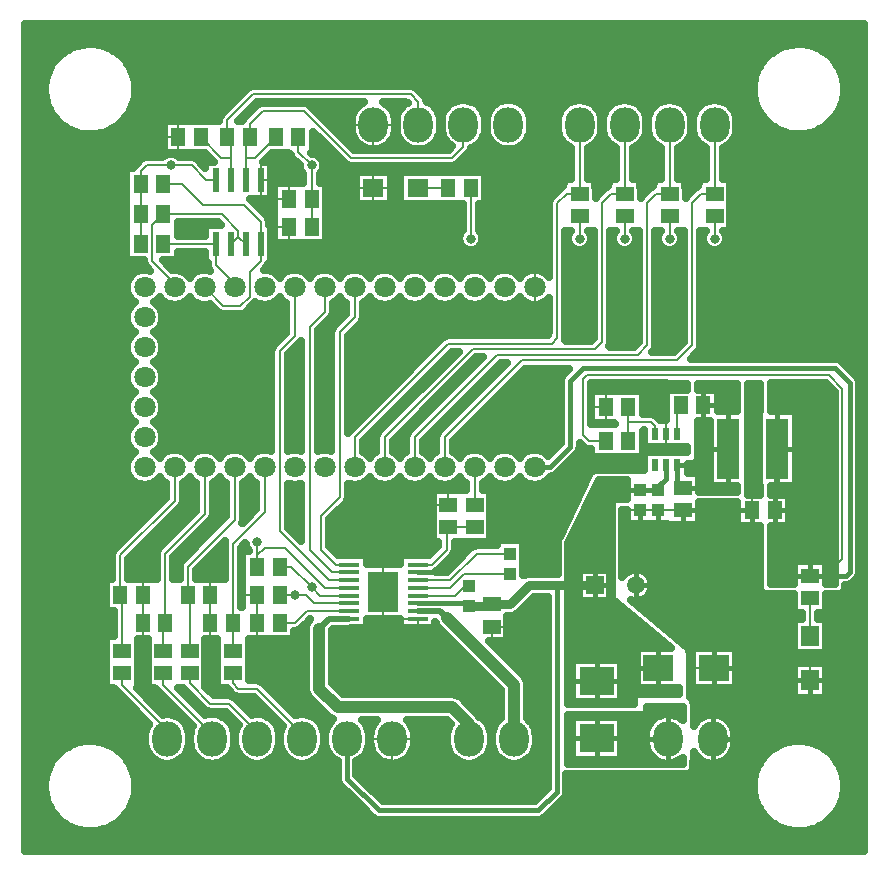
<source format=gbr>
%TF.GenerationSoftware,Novarm,DipTrace,3.3.1.3*%
%TF.CreationDate,2020-07-03T15:38:01+00:00*%
%FSLAX35Y35*%
%MOMM*%
%TF.FileFunction,Copper,L1,Top*%
%TF.Part,Single*%
%TA.AperFunction,Conductor*%
%ADD14C,0.45*%
%ADD15C,0.4*%
%ADD16C,0.8*%
%ADD17C,0.2*%
%ADD18C,0.55*%
%ADD19C,1.0*%
%TA.AperFunction,CopperBalancing*%
%ADD20C,0.635*%
%ADD22R,1.3X1.5*%
%TA.AperFunction,ComponentPad*%
%ADD23R,1.5X1.5*%
%ADD24C,1.5*%
%ADD25R,1.0X1.1*%
%ADD26R,1.5X1.3*%
%ADD27R,2.5X2.2*%
%ADD28R,1.75X1.5*%
%ADD29R,1.5X1.75*%
%ADD30R,3.0X2.4*%
%TA.AperFunction,ComponentPad*%
%ADD31O,2.5X3.0*%
%ADD33R,1.9X5.1*%
%TA.AperFunction,ComponentPad*%
%ADD34C,1.8*%
%ADD36R,0.6X1.1*%
%ADD37R,0.6X2.0*%
%ADD38R,1.8X0.4*%
%ADD39R,2.5X3.5*%
%TA.AperFunction,ViaPad*%
%ADD61C,0.8*%
%TA.AperFunction,CopperBalancing*%
%ADD62C,0.4*%
%ADD63C,0.2*%
G75*
G01*
%LPD*%
X3421623Y2199123D2*
D14*
X3857627D1*
D15*
Y2174877D1*
D16*
X4048127D1*
Y2190750D1*
X4206877D1*
X4365627Y2349500D1*
X4921250D1*
D17*
Y1825627D1*
X4937127D1*
Y1539877D1*
X4921250Y2349500D2*
Y1984373D1*
X5254623Y1651000D1*
X5461003D1*
X4921250Y2349500D2*
D15*
X4603750D1*
Y603250D1*
X4445000Y444500D1*
X3095623D1*
X2825700Y714423D1*
Y1050000D1*
X5302253Y3154500D2*
X5460997D1*
Y3190870D1*
X5524753Y3254627D1*
Y3365377D1*
X5302253Y3154500D2*
D17*
X5091250D1*
X4921250Y2984500D1*
Y2349500D1*
X2524127Y2333623D2*
X2593627Y2264123D1*
X2841623D1*
X2253750Y2508250D2*
X2349500D1*
X2524127Y2333623D1*
X3905250Y3032123D2*
Y3349623D1*
X1714500Y5778750D2*
X1634873D1*
X1508123Y5905500D1*
X1353287D1*
X1127127D1*
X1080000Y5858373D1*
Y5746750D1*
Y5492750D1*
Y5238750D1*
X2524123Y5619750D2*
Y5381627D1*
X1333500Y5905500D2*
X1353287D1*
X3873000Y5715000D2*
Y5286873D1*
X3873500Y5286373D1*
X4794253Y5477377D2*
Y5286373D1*
X5175250Y5476877D2*
Y5286373D1*
X5556253Y5476877D2*
Y5286373D1*
X5937250Y5476877D2*
Y5286373D1*
X2412500Y6143627D2*
Y6017127D1*
X2524127Y5905500D1*
X2524123Y5905497D1*
Y5619750D1*
X5016503Y3857627D2*
Y3968753D1*
X5064123Y4016373D1*
X5365753D1*
X5421313Y3960813D1*
X5524753Y3857373D1*
Y3635377D1*
X5302253Y2984500D2*
X5460997D1*
X5666873D1*
X5667377Y2985003D1*
X6254750Y2984500D2*
X6080127Y2985003D1*
X5667377D1*
X1094877Y2270127D2*
Y2032997D1*
X1095873Y2032000D1*
X1666377Y2270127D2*
Y2032997D1*
X1667373Y2032000D1*
X2063750Y2270123D2*
Y2032000D1*
X5429250Y3968750D2*
X5421313Y3960813D1*
X6080127Y2984500D2*
Y2985003D1*
X3421623Y2459123D2*
D15*
X3602123D1*
X3841750Y2698750D1*
X4048127D1*
X4238627Y2889250D1*
X1270000Y5238750D2*
D17*
X1714500D1*
X1873250Y4873623D2*
Y4905377D1*
X1714500Y5064127D1*
Y5238750D1*
X1270000Y5492750D2*
X1762127D1*
X1905000Y5349877D1*
Y5302250D1*
X1968500Y5238750D1*
X1841500D2*
X1905000Y5302250D1*
X1365250Y4873623D2*
Y4905373D1*
X1174750Y5095873D1*
Y5397500D1*
X1270000Y5492750D1*
X2841623Y2134123D2*
X2483373D1*
X2381250Y2032000D1*
X2253750D1*
X1270000Y5746750D2*
X1428750D1*
X1603373Y5572127D1*
X1952623D1*
X2095500Y5429250D1*
Y5238750D1*
X1619250Y4873623D2*
X1778000Y4714873D1*
X1920873D1*
X2000250Y4794250D1*
Y5000623D1*
X2095500Y5095873D1*
Y5238750D1*
X2841623Y2459123D2*
X2700253D1*
X2508250Y2651127D1*
Y4540250D1*
X2635250Y4667250D1*
Y4873623D1*
X1999750Y6143627D2*
Y6254247D1*
X2111377Y6365873D1*
X2460627D1*
X2857500Y5969000D1*
X3714750D1*
X3810000Y6064250D1*
Y6250000D1*
X1999750Y6143627D2*
X1968500D1*
Y5969000D1*
Y5778750D1*
X2222500Y6143627D2*
X2047873Y5969000D1*
X1968500D1*
X5937300Y6250000D2*
Y5666877D1*
X5937250D1*
X5825623D1*
X5746747Y5588000D1*
Y4381497D1*
X5619750Y4254500D1*
X4302127D1*
X3651250Y3603623D1*
Y3349623D1*
X1809750Y6143627D2*
Y6286500D1*
X2032000Y6508750D1*
X3365500D1*
X3429000Y6445250D1*
Y6250000D1*
X1809750Y6143627D2*
X1841500D1*
Y5969350D1*
Y5778750D1*
Y5969350D2*
X1761277D1*
X1587000Y6143627D1*
X3683000Y5715000D2*
X3423000D1*
X5619753Y3635377D2*
Y3841750D1*
X5651503Y3873500D1*
X2841623Y2524123D2*
X2730503D1*
X2603500Y2651127D1*
Y2936877D1*
X2762250Y3095627D1*
Y4492627D1*
X2889250Y4619627D1*
Y4873623D1*
X5619753Y3365377D2*
D15*
Y3222627D1*
D17*
X5667377Y3175003D1*
X5826130D1*
X5841503Y3190377D1*
Y3873500D1*
Y3556497D1*
X5889623Y3508377D1*
X6048377D1*
X5667377Y3175003D2*
X5842000D1*
Y3476623D1*
X5873753Y3508377D1*
X6048377D1*
X5556300Y6250000D2*
Y5666877D1*
X5556253D1*
X5444627D1*
X5365750Y5588000D1*
Y4381500D1*
X5286377Y4302127D1*
X4095753D1*
X3397250Y3603623D1*
Y3349623D1*
X3421623Y2394123D2*
X3695877D1*
X3921127Y2619373D1*
X4206873D1*
X3421623Y2329123D2*
X3694373D1*
X3814623Y2449373D1*
X4206873D1*
X3857627Y2344877D2*
X3821253D1*
X3740500Y2264123D1*
X3421623D1*
X5175300Y6250000D2*
Y5666877D1*
X5175250D1*
X5063623D1*
X4984747Y5588000D1*
Y4413247D1*
X4921250Y4349750D1*
X3889377D1*
X3143250Y3603623D1*
Y3349623D1*
X2253750Y2270123D2*
X2476500D1*
X2547500Y2199123D1*
X2841623D1*
X2381250Y2270123D2*
X2301877D1*
X2253750D1*
X5429753Y3635377D2*
Y3698370D1*
X5397497Y3730627D1*
X5206997D1*
Y3571877D1*
Y3857133D1*
X5206503Y3857627D1*
X3683000Y2842123D2*
X3905250D1*
X3421623Y2524123D2*
X3540127D1*
X3667127Y2651123D1*
Y2842123D1*
X3683000D1*
X3421623Y2134123D2*
D18*
X3612627D1*
X3675063Y2071687D1*
D19*
X4238600Y1508150D1*
Y1050000D1*
X2444700D2*
D17*
Y1095423D1*
X2063750Y1476373D1*
X1905000D1*
X1857373Y1524000D1*
Y1603873D1*
Y1793873D2*
Y2032000D1*
Y2698747D1*
X2127250Y2968623D1*
Y3349623D1*
X2063700Y1050000D2*
Y1111300D1*
X1825627Y1349373D1*
X1666877D1*
X1492253Y1523997D1*
Y1604370D1*
X1682700Y1050000D2*
Y1095427D1*
X1270003Y1508123D1*
Y1603873D1*
X2063750Y2714627D2*
Y2508250D1*
X2841623Y2329123D2*
X2639753D1*
X2301877Y2667000D1*
X2127250D1*
X2063750Y2603500D1*
Y2508250D1*
X2841623Y2069123D2*
D18*
X2672373D1*
X2587623Y1984373D1*
D19*
Y1476377D1*
X2746373Y1317627D1*
X3714750D1*
X3857600Y1174777D1*
Y1050000D1*
X2841623Y2394123D2*
D17*
X2670003D1*
X2254250Y2809877D1*
Y4333873D1*
X2381250Y4460873D1*
Y4873623D1*
X1492253Y1794370D2*
Y2270127D1*
X1476377D1*
Y2508253D1*
X1873250Y2905127D1*
Y3349623D1*
X1301700Y1050000D2*
Y1127177D1*
X920753Y1508123D1*
Y1604370D1*
X1270003Y1793873D2*
Y2032000D1*
X1285873D1*
Y2619373D1*
X1619250Y2952750D1*
Y3349623D1*
X920753Y1794370D2*
Y2270127D1*
X904877D1*
Y2603503D1*
X1365250Y3063877D1*
Y3349623D1*
X4794300Y6250000D2*
Y5667377D1*
X4794253D1*
X4683123D1*
X4603747Y5588000D1*
Y4444997D1*
X4556127Y4397377D1*
X3683003D1*
X2889250Y3603623D1*
Y3349623D1*
X6746873Y2238873D2*
Y1920873D1*
X6444750Y2984500D2*
Y3484750D1*
X6468377Y3508377D1*
X6444750Y2984500D2*
Y2858000D1*
X6746873Y2555877D1*
Y2428873D1*
X5016997Y3571877D2*
X4873623D1*
X4826000Y3619500D1*
Y4095750D1*
X4857750Y4127500D1*
X6905627D1*
X7016750Y4016377D1*
Y2571750D1*
X6873873Y2428873D1*
X6746873D1*
X4413250Y3349623D2*
D15*
X4540247D1*
X4714873Y3524250D1*
Y4079873D1*
X4826000Y4191000D1*
X6953250D1*
X7080250Y4064000D1*
Y2460623D1*
X7048500Y2428873D1*
X6746873D1*
X4937127Y1053877D2*
D17*
X5536523D1*
X5540400Y1050000D1*
D61*
X2063750Y2714627D3*
X2524127Y2333623D3*
X2381250Y2270123D3*
X1333500Y5905500D3*
X4794253Y5286373D3*
X5175250D3*
X5556253D3*
X5937250D3*
X3873500D3*
X2524127Y5905500D3*
X3063873Y2413000D3*
X3190877D3*
Y2301877D3*
X3063873Y2301873D3*
Y2190750D3*
X3190877D3*
X3317875Y2873375D3*
X2936875D3*
X2270127Y1714500D3*
X190500Y5349877D3*
X206373Y4143377D3*
Y2921000D3*
Y1460500D3*
X7096123Y5778500D3*
Y4492627D3*
X7096127Y2127250D3*
Y1031873D3*
X2936875Y1698625D3*
X3317875Y1714500D3*
X5429250Y3968750D3*
X6254750Y2809873D3*
X6080127Y2984500D3*
X3111500Y4333877D3*
X4016373Y4572000D3*
X4794250Y4841873D3*
X5175250D3*
X5572127D3*
X4238627Y2889250D3*
X4762500Y3302000D3*
X4445000Y2635250D3*
X1778000Y4460877D3*
Y3746500D3*
X2936875Y1936750D3*
X3127375D3*
X3317875D3*
X2936875Y2635250D3*
X3127375D3*
X3317875D3*
X5807940Y2984833D2*
D20*
X6124187D1*
X5807940Y2921667D2*
X6124187D1*
X5213397Y2858500D2*
X6124187D1*
X5213397Y2795333D2*
X6311853D1*
X5213397Y2732167D2*
X6311853D1*
X5213397Y2669000D2*
X6311853D1*
X5213397Y2605833D2*
X6311853D1*
X5213397Y2542667D2*
X6311853D1*
X5311103Y2479500D2*
X6311853D1*
X5394047Y2416333D2*
X6311853D1*
X5411820Y2353167D2*
X6311853D1*
X5397967Y2290000D2*
X6311853D1*
X5332160Y2226833D2*
X6311853D1*
X5325780Y2163667D2*
X6311853D1*
X5404803Y2100500D2*
X6311853D1*
X5483733Y2037333D2*
X6311853D1*
X5562667Y1974167D2*
X6311853D1*
X5641600Y1911000D2*
X6311853D1*
X5720623Y1847833D2*
X6311853D1*
X6121573Y1784667D2*
X6311853D1*
X6121573Y1721500D2*
X6311853D1*
X6121573Y1658333D2*
X6323340D1*
X6121573Y1595167D2*
X6606257D1*
X6121573Y1532000D2*
X6606257D1*
X5768930Y1468833D2*
X6606257D1*
X5768930Y1405667D2*
X6606257D1*
X5768930Y1342500D2*
X6899290D1*
X5768930Y1279333D2*
X6233923D1*
X5768930Y1216167D2*
X5796607D1*
X6046197D2*
X6232557D1*
X6094683Y1153000D2*
X6232557D1*
X6111363Y1089833D2*
X6232557D1*
X6112003Y1026667D2*
X6232557D1*
X6101430Y963500D2*
X6232557D1*
X6063420Y900333D2*
X6232557D1*
X5533113Y2870250D2*
X5206990D1*
X5207000Y2467323D1*
X5223047Y2474797D1*
X5240877Y2480270D1*
X5259293Y2483217D1*
X5277943Y2483583D1*
X5296460Y2481360D1*
X5314493Y2476593D1*
X5331690Y2469373D1*
X5347723Y2459840D1*
X5362277Y2448177D1*
X5375073Y2434610D1*
X5385867Y2419397D1*
X5394450Y2402837D1*
X5400653Y2385247D1*
X5404360Y2366967D1*
X5405500Y2349500D1*
X5404203Y2330893D1*
X5400343Y2312647D1*
X5393990Y2295110D1*
X5385267Y2278623D1*
X5374343Y2263507D1*
X5361430Y2250047D1*
X5346773Y2238510D1*
X5330663Y2229113D1*
X5313403Y2222040D1*
X5295333Y2217427D1*
X5276793Y2215363D1*
X5258150Y2215890D1*
X5253497Y2216430D1*
X5748700Y1820273D1*
X6115253Y1820250D1*
Y1481750D1*
X5762610D1*
X5762623Y1168523D1*
X5775573Y1187617D1*
X5787710Y1201787D1*
X5801220Y1214660D1*
X5815960Y1226097D1*
X5831783Y1235987D1*
X5848523Y1244223D1*
X5866013Y1250727D1*
X5884070Y1255430D1*
X5902510Y1258280D1*
X5921143Y1259250D1*
X5939780Y1258330D1*
X5958227Y1255533D1*
X5976297Y1250883D1*
X5993803Y1244427D1*
X6010567Y1236237D1*
X6026417Y1226393D1*
X6041190Y1214993D1*
X6054733Y1202160D1*
X6066913Y1188023D1*
X6077597Y1172727D1*
X6086680Y1156430D1*
X6094067Y1139293D1*
X6099687Y1121503D1*
X6103473Y1103233D1*
X6105397Y1084673D1*
X6105590Y1020333D1*
X6104173Y1001730D1*
X6100883Y983363D1*
X6095753Y965423D1*
X6088833Y948097D1*
X6080197Y931557D1*
X6069930Y915973D1*
X6058143Y901510D1*
X6044953Y888313D1*
X6030493Y876520D1*
X6014917Y866247D1*
X5998383Y857603D1*
X5981057Y850677D1*
X5963120Y845537D1*
X5944757Y842237D1*
X5936433Y841373D1*
X6238830D1*
X6239267Y1274967D1*
X6241293Y1282150D1*
X6244940Y1288663D1*
X6250007Y1294143D1*
X6256213Y1298290D1*
X6263213Y1300873D1*
X6270627Y1301750D1*
X6905640D1*
X6905623Y1651080D1*
X6881123Y1650623D1*
Y1399123D1*
X6612623D1*
Y1650997D1*
X6345033Y1651390D1*
X6337850Y1653417D1*
X6331337Y1657063D1*
X6325857Y1662130D1*
X6321710Y1668337D1*
X6319127Y1675337D1*
X6318250Y1682750D1*
Y2850237D1*
X6130500Y2850250D1*
Y3032123D1*
X5801560D1*
X5801627Y2860753D1*
X5533127D1*
Y2870250D1*
X5906390Y841373D2*
X5884407Y844503D1*
X5866340Y849170D1*
X5848840Y855640D1*
X5832083Y863847D1*
X5816240Y873707D1*
X5801480Y885117D1*
X5787947Y897963D1*
X5775783Y912113D1*
X5765113Y927420D1*
X5762627Y931520D1*
X5762623Y841310D1*
X5906330Y841373D1*
X5460997Y2984500D2*
D62*
Y2870340D1*
X5302253Y2984500D2*
Y2870340D1*
X6254750Y2984500D2*
Y2850340D1*
X6130590Y2984500D2*
X6254750D1*
X5271250Y2483660D2*
Y2215340D1*
Y2349500D2*
X5405410D1*
X5667377Y2985003D2*
Y2860843D1*
Y2985003D2*
X5801537D1*
X5931003Y1820160D2*
Y1481840D1*
Y1651000D2*
X6115163D1*
X6746873Y1545873D2*
Y1399213D1*
X6612713Y1545873D2*
X6881033D1*
X5921400Y1259160D2*
Y840840D1*
Y1050000D2*
X6105560D1*
X104146Y7039083D2*
D20*
X7195899D1*
X104146Y6975917D2*
X7195899D1*
X104146Y6912750D2*
X523659D1*
X776346D2*
X6523607D1*
X6776385D2*
X7195899D1*
X104146Y6849583D2*
X406537D1*
X893468D2*
X6406485D1*
X6893508D2*
X7195899D1*
X104146Y6786417D2*
X343464D1*
X956541D2*
X6343503D1*
X6956489D2*
X7195899D1*
X104146Y6723250D2*
X303086D1*
X996919D2*
X6303125D1*
X6996867D2*
X7195899D1*
X104146Y6660083D2*
X277748D1*
X1022258D2*
X6277787D1*
X7022205D2*
X7195899D1*
X104146Y6596917D2*
X264440D1*
X1035565D2*
X6264479D1*
X7035513D2*
X7195899D1*
X104146Y6533750D2*
X261888D1*
X1038117D2*
X1952735D1*
X3444823D2*
X6261927D1*
X7038065D2*
X7195899D1*
X104146Y6470583D2*
X269909D1*
X1030096D2*
X1889571D1*
X3499784D2*
X6269948D1*
X7030044D2*
X7195899D1*
X104146Y6407417D2*
X289141D1*
X1010864D2*
X1826407D1*
X2523338D2*
X2913503D1*
X3182505D2*
X3294492D1*
X3563495D2*
X3675573D1*
X3944484D2*
X4056563D1*
X4325474D2*
X4659857D1*
X4928768D2*
X5040847D1*
X5309758D2*
X5421836D1*
X5690747D2*
X5802826D1*
X6071737D2*
X6289180D1*
X7010812D2*
X7195899D1*
X104146Y6344250D2*
X321680D1*
X978325D2*
X1763242D1*
X2586502D2*
X2870938D1*
X3225070D2*
X3251927D1*
X3606060D2*
X3632915D1*
X3987049D2*
X4013907D1*
X4368130D2*
X4617201D1*
X4971424D2*
X4998190D1*
X5352414D2*
X5379180D1*
X5733403D2*
X5760208D1*
X6114393D2*
X6321719D1*
X6978273D2*
X7195899D1*
X104146Y6281083D2*
X372266D1*
X927739D2*
X1734167D1*
X1908651D2*
X1929507D1*
X2649666D2*
X2857539D1*
X4381528D2*
X4603802D1*
X6127791D2*
X6372214D1*
X6927778D2*
X7195899D1*
X104146Y6217917D2*
X454662D1*
X845343D2*
X1266407D1*
X2712830D2*
X2857539D1*
X4381437D2*
X4603802D1*
X6127791D2*
X6454701D1*
X6845291D2*
X7195899D1*
X104146Y6154750D2*
X1266407D1*
X2543117D2*
X2567422D1*
X2775995D2*
X2871302D1*
X3224705D2*
X3252292D1*
X3605695D2*
X3633401D1*
X3986685D2*
X4014362D1*
X4367674D2*
X4617657D1*
X4970968D2*
X4998646D1*
X5351958D2*
X5379636D1*
X5732948D2*
X5760677D1*
X6113937D2*
X7195899D1*
X104146Y6091583D2*
X1266407D1*
X2543117D2*
X2630677D1*
X2839159D2*
X2914597D1*
X3181411D2*
X3295586D1*
X3562401D2*
X3676576D1*
X3943390D2*
X4057565D1*
X4324380D2*
X4660860D1*
X4927765D2*
X5041849D1*
X5308755D2*
X5422839D1*
X5689745D2*
X5803920D1*
X6070734D2*
X7195899D1*
X104146Y6028417D2*
X1266407D1*
X2543117D2*
X2693841D1*
X3875578D2*
X4718737D1*
X4869888D2*
X5099727D1*
X5250877D2*
X5480716D1*
X5631867D2*
X5861706D1*
X6012857D2*
X7195899D1*
X104146Y5965250D2*
X1085755D1*
X1549445D2*
X1661068D1*
X2148364D2*
X2360065D1*
X2609745D2*
X2757005D1*
X3815239D2*
X4718737D1*
X4869888D2*
X5099727D1*
X5250877D2*
X5480716D1*
X5631867D2*
X5861706D1*
X6012857D2*
X7195899D1*
X104146Y5902083D2*
X1019948D1*
X2191112D2*
X2418581D1*
X2629705D2*
X2833295D1*
X3738950D2*
X4718737D1*
X4869888D2*
X5099727D1*
X5250877D2*
X5480716D1*
X5631867D2*
X5861706D1*
X6012857D2*
X7195899D1*
X104146Y5838917D2*
X949401D1*
X2191112D2*
X2444193D1*
X2604093D2*
X2894909D1*
X3201099D2*
X3269883D1*
X4003638D2*
X4718737D1*
X4869888D2*
X5099727D1*
X5250877D2*
X5480716D1*
X5631867D2*
X5861706D1*
X6012857D2*
X7195899D1*
X104146Y5775750D2*
X949401D1*
X2191112D2*
X2448568D1*
X2599718D2*
X2894909D1*
X3201099D2*
X3269883D1*
X4003638D2*
X4653659D1*
X4934875D2*
X5034649D1*
X5315864D2*
X5415638D1*
X5696854D2*
X5796628D1*
X6077843D2*
X7195899D1*
X104146Y5712583D2*
X949401D1*
X2654679D2*
X2894909D1*
X3201099D2*
X3269883D1*
X4003638D2*
X4624037D1*
X4934875D2*
X5005026D1*
X5315864D2*
X5386016D1*
X5696854D2*
X5767005D1*
X6077843D2*
X7195899D1*
X104146Y5649417D2*
X949401D1*
X2654679D2*
X2894909D1*
X3201099D2*
X3269883D1*
X4003638D2*
X4560873D1*
X6077843D2*
X7195899D1*
X104146Y5586250D2*
X949401D1*
X2042817D2*
X2203568D1*
X2654679D2*
X2894909D1*
X3201099D2*
X3269883D1*
X4003638D2*
X4528151D1*
X6077843D2*
X7195899D1*
X104146Y5523083D2*
X949401D1*
X2105982D2*
X2203568D1*
X2654679D2*
X3797435D1*
X3948586D2*
X4528151D1*
X6077843D2*
X7195899D1*
X104146Y5459917D2*
X949401D1*
X2163950D2*
X2203568D1*
X2654679D2*
X3797435D1*
X3948586D2*
X4528151D1*
X6077843D2*
X7195899D1*
X104146Y5396750D2*
X949401D1*
X1400604D2*
X1618867D1*
X2654679D2*
X3797435D1*
X3948586D2*
X4528151D1*
X6077843D2*
X7195899D1*
X104146Y5333583D2*
X949401D1*
X1400604D2*
X1618867D1*
X2654679D2*
X3779844D1*
X3967179D2*
X4528151D1*
X4679302D2*
X4700638D1*
X4887935D2*
X4909227D1*
X5060383D2*
X5081622D1*
X5268924D2*
X5290145D1*
X5441372D2*
X5462578D1*
X5649914D2*
X5671120D1*
X5822362D2*
X5843553D1*
X6030903D2*
X7195899D1*
X104146Y5270417D2*
X949401D1*
X2654679D2*
X3769180D1*
X3977843D2*
X4528151D1*
X6041567D2*
X7195899D1*
X104146Y5207250D2*
X949401D1*
X2191112D2*
X3807188D1*
X3939745D2*
X4528151D1*
X4679302D2*
X4727943D1*
X4860500D2*
X4909141D1*
X5060383D2*
X5109024D1*
X5241489D2*
X5290130D1*
X5441372D2*
X5490013D1*
X5622479D2*
X5671120D1*
X5822362D2*
X5871003D1*
X6003560D2*
X7195899D1*
X104146Y5144083D2*
X949401D1*
X1400604D2*
X1618867D1*
X2191112D2*
X4528151D1*
X4679302D2*
X4909141D1*
X5060383D2*
X5290130D1*
X5441372D2*
X5671120D1*
X5822362D2*
X7195899D1*
X104146Y5080917D2*
X1100795D1*
X1293963D2*
X1618867D1*
X2191112D2*
X4528151D1*
X4679302D2*
X4909141D1*
X5060383D2*
X5290130D1*
X5441372D2*
X5671120D1*
X5822362D2*
X7195899D1*
X104146Y5017750D2*
X1066159D1*
X1410357D2*
X1574115D1*
X2172336D2*
X2336094D1*
X2426359D2*
X2590117D1*
X2680383D2*
X2844141D1*
X2934406D2*
X3098164D1*
X3188338D2*
X3352097D1*
X3442362D2*
X3606120D1*
X3696385D2*
X3860143D1*
X3950409D2*
X4114167D1*
X4204341D2*
X4368099D1*
X4458364D2*
X4528151D1*
X4679302D2*
X4909141D1*
X5060383D2*
X5290130D1*
X5441372D2*
X5671120D1*
X5822362D2*
X7195899D1*
X104146Y4954583D2*
X979479D1*
X4679302D2*
X4909141D1*
X5060383D2*
X5290130D1*
X5441372D2*
X5671120D1*
X5822362D2*
X7195899D1*
X104146Y4891417D2*
X956693D1*
X4679302D2*
X4909141D1*
X5060383D2*
X5290130D1*
X5441372D2*
X5671120D1*
X5822362D2*
X7195899D1*
X104146Y4828250D2*
X962709D1*
X4679302D2*
X4909141D1*
X5060383D2*
X5290130D1*
X5441372D2*
X5671120D1*
X5822362D2*
X7195899D1*
X104146Y4765083D2*
X1002448D1*
X1220044D2*
X1256472D1*
X1474067D2*
X1510495D1*
X2236047D2*
X2272474D1*
X2744002D2*
X2780430D1*
X2998026D2*
X3034453D1*
X3252049D2*
X3288477D1*
X3506073D2*
X3542500D1*
X3760005D2*
X3796433D1*
X4014028D2*
X4050456D1*
X4268052D2*
X4304479D1*
X4679302D2*
X4909141D1*
X5060383D2*
X5290130D1*
X5441372D2*
X5671120D1*
X5822362D2*
X7195899D1*
X104146Y4701917D2*
X980391D1*
X1242101D2*
X1686680D1*
X2012192D2*
X2305651D1*
X2710825D2*
X2813607D1*
X2964849D2*
X4528151D1*
X4679302D2*
X4909141D1*
X5060383D2*
X5290130D1*
X5441372D2*
X5671120D1*
X5822362D2*
X7195899D1*
X104146Y4638750D2*
X956875D1*
X1265617D2*
X2305651D1*
X2704718D2*
X2804128D1*
X2964849D2*
X4528151D1*
X4679302D2*
X4909141D1*
X5060383D2*
X5290130D1*
X5441372D2*
X5671120D1*
X5822362D2*
X7195899D1*
X104146Y4575583D2*
X962253D1*
X1260239D2*
X2305651D1*
X2647843D2*
X2740964D1*
X2949080D2*
X4528151D1*
X4679302D2*
X4909141D1*
X5060383D2*
X5290130D1*
X5441372D2*
X5671120D1*
X5822362D2*
X7195899D1*
X104146Y4512417D2*
X1001081D1*
X1221411D2*
X2305651D1*
X2584679D2*
X2689558D1*
X2886281D2*
X4528151D1*
X4679302D2*
X4909141D1*
X5060383D2*
X5290130D1*
X5441372D2*
X5671120D1*
X5822362D2*
X7195899D1*
X104146Y4449250D2*
X981302D1*
X1241190D2*
X2265365D1*
X2583859D2*
X2686641D1*
X2837883D2*
X3630821D1*
X4679302D2*
X4909141D1*
X5060383D2*
X5290130D1*
X5441372D2*
X5671120D1*
X5822362D2*
X7195899D1*
X104146Y4386083D2*
X957058D1*
X1265435D2*
X2202201D1*
X2410773D2*
X2432617D1*
X2583859D2*
X2686641D1*
X2837883D2*
X3567383D1*
X5054823D2*
X5266068D1*
X5441372D2*
X5647058D1*
X5822362D2*
X7195899D1*
X104146Y4322917D2*
X961888D1*
X1260604D2*
X2178685D1*
X2347609D2*
X2432617D1*
X2583859D2*
X2686641D1*
X2837883D2*
X3504219D1*
X3712791D2*
X3758242D1*
X5792466D2*
X7195899D1*
X104146Y4259750D2*
X999714D1*
X1222778D2*
X2178685D1*
X2329836D2*
X2432617D1*
X2583859D2*
X2686641D1*
X2837883D2*
X3441055D1*
X3649627D2*
X3695078D1*
X3903651D2*
X3949102D1*
X6999054D2*
X7195899D1*
X104146Y4196583D2*
X982214D1*
X1240278D2*
X2178685D1*
X2329836D2*
X2432617D1*
X2583859D2*
X2686641D1*
X2837883D2*
X3377891D1*
X3586463D2*
X3631914D1*
X3840487D2*
X3885938D1*
X4094510D2*
X4139961D1*
X7066138D2*
X7195899D1*
X104146Y4133417D2*
X957240D1*
X1265252D2*
X2178685D1*
X2329836D2*
X2432617D1*
X2583859D2*
X2686641D1*
X2837883D2*
X3314727D1*
X3523299D2*
X3568750D1*
X3777323D2*
X3822774D1*
X4031346D2*
X4076797D1*
X4285370D2*
X4650104D1*
X7129302D2*
X7195899D1*
X104146Y4070250D2*
X961524D1*
X1260968D2*
X2178685D1*
X2329836D2*
X2432617D1*
X2583859D2*
X2686641D1*
X2837883D2*
X3251563D1*
X3460135D2*
X3505586D1*
X3714159D2*
X3759610D1*
X3968182D2*
X4013633D1*
X4222205D2*
X4629232D1*
X7165578D2*
X7195899D1*
X104146Y4007083D2*
X998347D1*
X1224146D2*
X2178685D1*
X2329836D2*
X2432617D1*
X2583859D2*
X2686641D1*
X2837883D2*
X3188399D1*
X3396971D2*
X3442422D1*
X3650995D2*
X3696446D1*
X3905018D2*
X3950469D1*
X4158950D2*
X4629232D1*
X4901607D2*
X5520912D1*
X6225135D2*
X6316159D1*
X7165851D2*
X7195899D1*
X104146Y3943917D2*
X983125D1*
X1239367D2*
X2178685D1*
X2329836D2*
X2432617D1*
X2583859D2*
X2686641D1*
X2837883D2*
X3125235D1*
X3333807D2*
X3379258D1*
X3587830D2*
X3633282D1*
X3841854D2*
X3887214D1*
X4095786D2*
X4629232D1*
X5337101D2*
X5520912D1*
X6225135D2*
X6316159D1*
X7165851D2*
X7195899D1*
X104146Y3880750D2*
X957422D1*
X1265070D2*
X2178685D1*
X2329836D2*
X2432617D1*
X2583859D2*
X2686641D1*
X2837883D2*
X3062071D1*
X3270643D2*
X3316094D1*
X3524666D2*
X3570117D1*
X3778690D2*
X3824050D1*
X4032622D2*
X4629232D1*
X5337101D2*
X5520912D1*
X6225135D2*
X6316159D1*
X7165851D2*
X7195899D1*
X104146Y3817583D2*
X961159D1*
X1261424D2*
X2178685D1*
X2329836D2*
X2432617D1*
X2583859D2*
X2686641D1*
X2837883D2*
X2998907D1*
X3207479D2*
X3252930D1*
X3461502D2*
X3506953D1*
X3715526D2*
X3760886D1*
X3969458D2*
X4629232D1*
X5337101D2*
X5520912D1*
X6225135D2*
X6307774D1*
X7165851D2*
X7195899D1*
X104146Y3754417D2*
X997071D1*
X1225422D2*
X2178685D1*
X2329836D2*
X2432617D1*
X2583859D2*
X2686641D1*
X2837883D2*
X2935742D1*
X3144315D2*
X3189766D1*
X3398338D2*
X3443789D1*
X3652362D2*
X3697722D1*
X3906294D2*
X4629232D1*
X5478013D2*
X5520912D1*
X6225135D2*
X6307774D1*
X7165851D2*
X7195899D1*
X104146Y3691250D2*
X984037D1*
X1238455D2*
X2178685D1*
X2329836D2*
X2432617D1*
X2583859D2*
X2686641D1*
X2837883D2*
X2872578D1*
X3081151D2*
X3126602D1*
X3335174D2*
X3380625D1*
X3589198D2*
X3634558D1*
X3843130D2*
X4629232D1*
X6225135D2*
X6307774D1*
X7165851D2*
X7195899D1*
X104146Y3628083D2*
X957696D1*
X1264797D2*
X2178685D1*
X2329836D2*
X2432617D1*
X2583859D2*
X2686641D1*
X3017987D2*
X3072097D1*
X3272010D2*
X3326120D1*
X3526034D2*
X3580143D1*
X3779966D2*
X4629232D1*
X6225135D2*
X6307774D1*
X7165851D2*
X7195899D1*
X104146Y3564917D2*
X960795D1*
X1261789D2*
X2178685D1*
X2329836D2*
X2432617D1*
X2583859D2*
X2686641D1*
X2964849D2*
X3067630D1*
X3218872D2*
X3321654D1*
X3472896D2*
X3575677D1*
X3726828D2*
X4629232D1*
X6225135D2*
X6307774D1*
X7165851D2*
X7195899D1*
X104146Y3501750D2*
X995795D1*
X1226698D2*
X2178685D1*
X2329836D2*
X2432617D1*
X2583859D2*
X2686641D1*
X2964849D2*
X3067630D1*
X3218872D2*
X3321654D1*
X3472896D2*
X3575677D1*
X3726828D2*
X4573907D1*
X4797245D2*
X4886354D1*
X5337557D2*
X5697005D1*
X6225135D2*
X6307774D1*
X7165851D2*
X7195899D1*
X104146Y3438583D2*
X985039D1*
X4747661D2*
X4886354D1*
X6225135D2*
X6307774D1*
X7165851D2*
X7195899D1*
X104146Y3375417D2*
X957878D1*
X4684497D2*
X5334154D1*
X6225135D2*
X6307774D1*
X7165851D2*
X7195899D1*
X104146Y3312250D2*
X960430D1*
X4621333D2*
X4888998D1*
X6225135D2*
X6307774D1*
X7165851D2*
X7195899D1*
X104146Y3249083D2*
X994610D1*
X1227883D2*
X1248602D1*
X1481906D2*
X1502551D1*
X1735929D2*
X1756589D1*
X1989862D2*
X2010612D1*
X3005864D2*
X3026546D1*
X3259888D2*
X3280641D1*
X3513911D2*
X3534618D1*
X3767935D2*
X3788506D1*
X4021867D2*
X4042617D1*
X4275890D2*
X4296550D1*
X4529914D2*
X4854636D1*
X6225135D2*
X6307774D1*
X7165851D2*
X7195899D1*
X104146Y3185917D2*
X1289649D1*
X1440890D2*
X1543672D1*
X1694823D2*
X1797604D1*
X1948846D2*
X2051628D1*
X2329836D2*
X2432617D1*
X2837883D2*
X3829610D1*
X3980851D2*
X4823920D1*
X6225135D2*
X6316159D1*
X7165851D2*
X7195899D1*
X104146Y3122750D2*
X1289649D1*
X1440890D2*
X1543672D1*
X1694823D2*
X1797604D1*
X1948846D2*
X2051628D1*
X2329836D2*
X2432617D1*
X2837883D2*
X3542409D1*
X4045838D2*
X4793295D1*
X6225135D2*
X6316159D1*
X7165851D2*
X7195899D1*
X104146Y3059583D2*
X1256654D1*
X1440708D2*
X1543672D1*
X1694823D2*
X1797604D1*
X1948846D2*
X2051628D1*
X2329836D2*
X2432617D1*
X2827765D2*
X3542409D1*
X4045838D2*
X4762578D1*
X7165851D2*
X7195899D1*
X104146Y2996417D2*
X1193490D1*
X1402062D2*
X1543672D1*
X1694823D2*
X1797604D1*
X1948846D2*
X2050716D1*
X2329836D2*
X2432617D1*
X2767336D2*
X3542409D1*
X4045838D2*
X4731862D1*
X5807961D2*
X6124115D1*
X7165851D2*
X7195899D1*
X104146Y2933250D2*
X1130326D1*
X1338898D2*
X1495456D1*
X1692088D2*
X1797058D1*
X1948846D2*
X1987552D1*
X2329836D2*
X2432617D1*
X2704172D2*
X3542409D1*
X4045838D2*
X4701237D1*
X5161463D2*
X5186680D1*
X5807961D2*
X6124115D1*
X7165851D2*
X7195899D1*
X104146Y2870083D2*
X1067162D1*
X1275734D2*
X1432292D1*
X1640864D2*
X1733893D1*
X2329836D2*
X2432617D1*
X2679107D2*
X3542409D1*
X4045838D2*
X4670521D1*
X5161463D2*
X5526745D1*
X5807961D2*
X6124115D1*
X7165851D2*
X7195899D1*
X104146Y2806917D2*
X1003998D1*
X1212570D2*
X1369128D1*
X1577700D2*
X1670729D1*
X2361463D2*
X2432617D1*
X2679107D2*
X3542409D1*
X4045838D2*
X4639896D1*
X5161463D2*
X6316159D1*
X7165851D2*
X7195899D1*
X104146Y2743750D2*
X940834D1*
X1149406D2*
X1305964D1*
X1514536D2*
X1607565D1*
X2679107D2*
X3542409D1*
X4045838D2*
X4609180D1*
X5161463D2*
X6316159D1*
X7165851D2*
X7195899D1*
X104146Y2680583D2*
X877670D1*
X1086242D2*
X1242800D1*
X1451372D2*
X1544401D1*
X1752974D2*
X1781745D1*
X1943468D2*
X1964128D1*
X2679107D2*
X3591537D1*
X3742687D2*
X3882383D1*
X4322466D2*
X4601615D1*
X5161463D2*
X6316159D1*
X7165851D2*
X7195899D1*
X104146Y2617417D2*
X830729D1*
X1023078D2*
X1210261D1*
X1388208D2*
X1481237D1*
X1689810D2*
X1781745D1*
X2741450D2*
X3529102D1*
X3733937D2*
X3814844D1*
X4322466D2*
X4601615D1*
X5161463D2*
X6316159D1*
X7165851D2*
X7195899D1*
X104146Y2554250D2*
X829271D1*
X980513D2*
X1210261D1*
X1361502D2*
X1418255D1*
X1626646D2*
X1781745D1*
X2997205D2*
X3266055D1*
X3674510D2*
X3751680D1*
X4322466D2*
X4601615D1*
X5161463D2*
X6316159D1*
X7165851D2*
X7195899D1*
X104146Y2491083D2*
X829271D1*
X980513D2*
X1210261D1*
X1361502D2*
X1400755D1*
X1563482D2*
X1781745D1*
X3611346D2*
X3688516D1*
X4322466D2*
X4601615D1*
X5161463D2*
X6316159D1*
X7165851D2*
X7195899D1*
X104146Y2427917D2*
X829271D1*
X980513D2*
X1210261D1*
X1361502D2*
X1400755D1*
X1551997D2*
X1781745D1*
X5386593D2*
X6316159D1*
X7158742D2*
X7195899D1*
X104146Y2364750D2*
X774310D1*
X5411021D2*
X6316159D1*
X7101411D2*
X7195899D1*
X104146Y2301583D2*
X774310D1*
X5403000D2*
X6325547D1*
X7041164D2*
X7195899D1*
X104146Y2238417D2*
X774310D1*
X4401216D2*
X4518125D1*
X5352961D2*
X6606276D1*
X6887492D2*
X7195899D1*
X104146Y2175250D2*
X774310D1*
X4338052D2*
X4518125D1*
X5289614D2*
X6606276D1*
X6887492D2*
X7195899D1*
X104146Y2112083D2*
X845130D1*
X4273703D2*
X4518125D1*
X5365357D2*
X6671263D1*
X6822505D2*
X7195899D1*
X104146Y2048917D2*
X845130D1*
X2997205D2*
X3266055D1*
X4188755D2*
X4518125D1*
X5441190D2*
X6606276D1*
X6887492D2*
X7195899D1*
X104146Y1985750D2*
X845130D1*
X2439302D2*
X2471992D1*
X2871971D2*
X3600104D1*
X4188755D2*
X4518125D1*
X5516932D2*
X6606276D1*
X6887492D2*
X7195899D1*
X104146Y1922583D2*
X845130D1*
X2384341D2*
X2471992D1*
X2703260D2*
X3663268D1*
X4188755D2*
X4518125D1*
X5592765D2*
X6606276D1*
X6887492D2*
X7195899D1*
X104146Y1859417D2*
X780143D1*
X1061359D2*
X1129414D1*
X1632843D2*
X1716758D1*
X1997974D2*
X2471992D1*
X2703260D2*
X3726524D1*
X4048208D2*
X4518125D1*
X5668599D2*
X6606276D1*
X6887492D2*
X7195899D1*
X104146Y1796250D2*
X780143D1*
X1061359D2*
X1129414D1*
X1632843D2*
X1716758D1*
X1997974D2*
X2471992D1*
X2703260D2*
X3789688D1*
X4111372D2*
X4518125D1*
X6121593D2*
X6606276D1*
X6887492D2*
X7195899D1*
X104146Y1733083D2*
X780143D1*
X1061359D2*
X1129414D1*
X1632843D2*
X1716758D1*
X1997974D2*
X2471992D1*
X2703260D2*
X3852852D1*
X4174536D2*
X4518125D1*
X6121593D2*
X7195899D1*
X104146Y1669917D2*
X780143D1*
X1061359D2*
X1129414D1*
X1632843D2*
X1716758D1*
X1997974D2*
X2471992D1*
X2703260D2*
X3916016D1*
X4237700D2*
X4518125D1*
X6121593D2*
X6606276D1*
X6887492D2*
X7195899D1*
X104146Y1606750D2*
X780143D1*
X1061359D2*
X1129414D1*
X1632843D2*
X1716758D1*
X1997974D2*
X2471992D1*
X2703260D2*
X3979180D1*
X4300864D2*
X4518125D1*
X6121593D2*
X6606276D1*
X6887492D2*
X7195899D1*
X104146Y1543583D2*
X780143D1*
X1061359D2*
X1129414D1*
X1632843D2*
X1716758D1*
X2086750D2*
X2471992D1*
X2703260D2*
X4042344D1*
X4348260D2*
X4518125D1*
X6121593D2*
X6606276D1*
X6887492D2*
X7195899D1*
X104146Y1480417D2*
X780143D1*
X1061359D2*
X1129414D1*
X1640135D2*
X1716758D1*
X2163950D2*
X2471992D1*
X2744458D2*
X4105508D1*
X4354185D2*
X4518125D1*
X5732948D2*
X6606276D1*
X6887492D2*
X7195899D1*
X104146Y1417250D2*
X907383D1*
X1115955D2*
X1256563D1*
X1465135D2*
X1494727D1*
X2227114D2*
X2489401D1*
X3765929D2*
X4123008D1*
X4354185D2*
X4518125D1*
X5732948D2*
X6606276D1*
X6887492D2*
X7195899D1*
X104146Y1354083D2*
X970547D1*
X1179120D2*
X1319727D1*
X1528299D2*
X1557911D1*
X1925239D2*
X2081797D1*
X2290370D2*
X2549102D1*
X3839120D2*
X4123008D1*
X4354185D2*
X4518125D1*
X5764575D2*
X7195899D1*
X104146Y1290917D2*
X1033711D1*
X1242284D2*
X1382891D1*
X1591463D2*
X1623425D1*
X1988403D2*
X2144961D1*
X2353534D2*
X2612266D1*
X3902284D2*
X4123008D1*
X4354185D2*
X4518125D1*
X5764758D2*
X7195899D1*
X104146Y1227750D2*
X1096875D1*
X1411086D2*
X1446055D1*
X1792075D2*
X1842995D1*
X2173065D2*
X2208125D1*
X2554054D2*
X2677891D1*
X3966997D2*
X4123008D1*
X4354185D2*
X4518125D1*
X5764758D2*
X5812032D1*
X6030812D2*
X7195899D1*
X104146Y1164583D2*
X1134336D1*
X1469054D2*
X1509219D1*
X1850044D2*
X1896315D1*
X2231034D2*
X2271289D1*
X2612023D2*
X2658386D1*
X2993013D2*
X3039375D1*
X3374093D2*
X3690248D1*
X4024966D2*
X4071237D1*
X4405955D2*
X4518125D1*
X6088781D2*
X7195899D1*
X104146Y1101417D2*
X1113008D1*
X3395422D2*
X3668920D1*
X4427284D2*
X4518125D1*
X6110109D2*
X7195899D1*
X104146Y1038250D2*
X1111094D1*
X3397336D2*
X3667005D1*
X4429198D2*
X4518125D1*
X6112023D2*
X7195899D1*
X104146Y975083D2*
X442904D1*
X857101D2*
X1118021D1*
X3390409D2*
X3673933D1*
X4422271D2*
X4518125D1*
X6105096D2*
X6442852D1*
X6857140D2*
X7195899D1*
X104146Y911917D2*
X365430D1*
X934575D2*
X1149922D1*
X1453560D2*
X1530912D1*
X1834549D2*
X1911901D1*
X2215539D2*
X2292891D1*
X2596528D2*
X2673880D1*
X2977518D2*
X3054870D1*
X3358508D2*
X3705742D1*
X4009380D2*
X4086823D1*
X4390461D2*
X4518125D1*
X6073195D2*
X6365469D1*
X6934523D2*
X7195899D1*
X104146Y848750D2*
X317305D1*
X982700D2*
X1241615D1*
X1361776D2*
X1622604D1*
X1742765D2*
X2003685D1*
X2123755D2*
X2384675D1*
X2504745D2*
X2740143D1*
X2911255D2*
X3146654D1*
X3266724D2*
X3797526D1*
X3917687D2*
X4178516D1*
X4298677D2*
X4518125D1*
X5764758D2*
X5861341D1*
X5981411D2*
X6317344D1*
X6982648D2*
X7195899D1*
X104146Y785583D2*
X286407D1*
X1013599D2*
X2740143D1*
X2911255D2*
X4518125D1*
X5759653D2*
X6286446D1*
X7013547D2*
X7195899D1*
X104146Y722417D2*
X268451D1*
X1031463D2*
X2740143D1*
X2936138D2*
X4518125D1*
X4689328D2*
X6268490D1*
X7031502D2*
X7195899D1*
X104146Y659250D2*
X261706D1*
X1038299D2*
X2762474D1*
X2999302D2*
X4518125D1*
X4689328D2*
X6261654D1*
X7038338D2*
X7195899D1*
X104146Y596083D2*
X265352D1*
X1034653D2*
X2825638D1*
X3062466D2*
X4478112D1*
X4689054D2*
X6265391D1*
X7034601D2*
X7195899D1*
X104146Y532917D2*
X279935D1*
X1020070D2*
X2888802D1*
X3125630D2*
X4414948D1*
X4651867D2*
X6279974D1*
X7020018D2*
X7195899D1*
X104146Y469750D2*
X306732D1*
X993273D2*
X2951966D1*
X4588703D2*
X6306771D1*
X6993221D2*
X7195899D1*
X104146Y406583D2*
X349115D1*
X950890D2*
X3015130D1*
X4525539D2*
X6349154D1*
X6950838D2*
X7195899D1*
X104146Y343417D2*
X415651D1*
X884354D2*
X6415599D1*
X6884393D2*
X7195899D1*
X104146Y280250D2*
X547357D1*
X752648D2*
X6547396D1*
X6752687D2*
X7195899D1*
X104146Y217083D2*
X7195899D1*
X104146Y153917D2*
X7195899D1*
X5550587Y4007750D2*
X5703438D1*
X5703376Y4058166D1*
X4895223Y4058250D1*
X4895250Y3991935D1*
X5330753Y3991877D1*
Y3799832D1*
X5402930Y3799663D1*
X5413663Y3797964D1*
X5423998Y3794606D1*
X5433680Y3789672D1*
X5442471Y3783285D1*
X5476427Y3749631D1*
X5527251Y3749627D1*
X5527253Y4007750D1*
X5550587D1*
X5405419Y2344834D2*
X5403477Y2326284D1*
X5398984Y2308182D1*
X5392024Y2290877D1*
X5382734Y2274704D1*
X5371291Y2259975D1*
X5357918Y2246973D1*
X5342872Y2235951D1*
X5326443Y2227120D1*
X5308949Y2220652D1*
X5290727Y2216670D1*
X5272129Y2215253D1*
X5253515Y2216427D1*
X5235242Y2220169D1*
X5225611Y2223258D1*
X5708759Y1820401D1*
X5717514Y1809568D1*
X5723498Y1796991D1*
X5726380Y1783364D1*
X5726624Y1614667D1*
Y1401882D1*
X5737607Y1394428D1*
X5747061Y1384200D1*
X5753867Y1372047D1*
X5757647Y1358642D1*
X5758377Y1349373D1*
Y1160793D1*
X5767444Y1176221D1*
X5778471Y1191273D1*
X5790964Y1205133D1*
X5804794Y1217657D1*
X5819820Y1228719D1*
X5835888Y1238205D1*
X5852833Y1246016D1*
X5870481Y1252074D1*
X5888651Y1256316D1*
X5907157Y1258699D1*
X5925809Y1259197D1*
X5944415Y1257807D1*
X5962786Y1254542D1*
X5980733Y1249435D1*
X5998070Y1242540D1*
X6014622Y1233927D1*
X6030218Y1223684D1*
X6044697Y1211915D1*
X6057912Y1198743D1*
X6069728Y1184302D1*
X6080022Y1168740D1*
X6088689Y1152217D1*
X6095641Y1134901D1*
X6100806Y1116972D1*
X6104131Y1098612D1*
X6105582Y1080010D1*
X6105414Y1015671D1*
X6103527Y997108D1*
X6099772Y978831D1*
X6094188Y961027D1*
X6086831Y943880D1*
X6077779Y927564D1*
X6067122Y912248D1*
X6054972Y898088D1*
X6041451Y885230D1*
X6026699Y873804D1*
X6010868Y863930D1*
X5994119Y855707D1*
X5976624Y849221D1*
X5958563Y844537D1*
X5940120Y841703D1*
X5921486Y840750D1*
X5902851Y841686D1*
X5884406Y844502D1*
X5866340Y849169D1*
X5848839Y855639D1*
X5832082Y863847D1*
X5816242Y873706D1*
X5801479Y885118D1*
X5787947Y897963D1*
X5775783Y912112D1*
X5765112Y927418D1*
X5758372Y939163D1*
X5758194Y804978D1*
X5755477Y791317D1*
X5749646Y778668D1*
X5741023Y767730D1*
X5730085Y759107D1*
X5717436Y753276D1*
X5703775Y750559D1*
X5302460Y750376D1*
X4682942D1*
X4682756Y597032D1*
X4680811Y584749D1*
X4676968Y572922D1*
X4671322Y561842D1*
X4664012Y551781D1*
X4527795Y415218D1*
X4496469Y384238D1*
X4486408Y376928D1*
X4475328Y371282D1*
X4463501Y367439D1*
X4451218Y365494D1*
X4258333Y365250D1*
X3089405Y365494D1*
X3077123Y367439D1*
X3065296Y371282D1*
X3054215Y376928D1*
X3044154Y384238D1*
X2907592Y520455D1*
X2765438Y662954D1*
X2758128Y673015D1*
X2752482Y684096D1*
X2748639Y695923D1*
X2746694Y708205D1*
X2746450Y858707D1*
X2729430Y867901D1*
X2706039Y884895D1*
X2685595Y905339D1*
X2668601Y928730D1*
X2655475Y954491D1*
X2646541Y981988D1*
X2642018Y1010544D1*
X2641451Y1071666D1*
X2642018Y1089456D1*
X2646541Y1118012D1*
X2655475Y1145509D1*
X2668601Y1171270D1*
X2685595Y1194661D1*
X2706039Y1215105D1*
X2706882Y1215770D1*
X2689290Y1224476D1*
X2675421Y1234552D1*
X2603125Y1306372D1*
X2504549Y1405424D1*
X2494472Y1419294D1*
X2486689Y1434568D1*
X2481392Y1450873D1*
X2478710Y1467805D1*
X2478373Y1569710D1*
X2478710Y1992945D1*
X2481392Y2009877D1*
X2486689Y2026182D1*
X2494472Y2041456D1*
X2504549Y2055326D1*
X2513890Y2064878D1*
X2499342Y2052158D1*
X2426225Y1979342D1*
X2417433Y1972954D1*
X2407751Y1968021D1*
X2397416Y1964663D1*
X2386683Y1962963D1*
X2378060Y1962750D1*
X2378000Y1897750D1*
X1991617D1*
X1991624Y1545558D1*
X2069183Y1545410D1*
X2079916Y1543710D1*
X2090251Y1540352D1*
X2099933Y1535419D1*
X2108724Y1529032D1*
X2294208Y1343850D1*
X2387854Y1250204D1*
X2401688Y1254159D1*
X2430244Y1258682D1*
X2459156D1*
X2487712Y1254159D1*
X2515209Y1245225D1*
X2540970Y1232099D1*
X2564361Y1215105D1*
X2584805Y1194661D1*
X2601799Y1171270D1*
X2614925Y1145509D1*
X2623859Y1118012D1*
X2628382Y1089456D1*
X2628951Y1028333D1*
X2628382Y1010544D1*
X2623859Y981988D1*
X2614925Y954491D1*
X2601799Y928730D1*
X2584805Y905339D1*
X2564361Y884895D1*
X2540970Y867901D1*
X2515209Y854775D1*
X2487712Y845841D1*
X2459156Y841318D1*
X2430244D1*
X2401688Y845841D1*
X2374191Y854775D1*
X2348430Y867901D1*
X2325039Y884895D1*
X2304595Y905339D1*
X2287601Y928730D1*
X2274475Y954491D1*
X2265541Y981988D1*
X2261018Y1010544D1*
X2260451Y1071666D1*
X2261018Y1089456D1*
X2265541Y1118012D1*
X2274475Y1145509D1*
X2281609Y1160571D1*
X2035007Y1407182D1*
X1899567Y1407337D1*
X1888834Y1409037D1*
X1878499Y1412395D1*
X1868817Y1417328D1*
X1860026Y1423715D1*
X1804702Y1479042D1*
X1723124Y1479623D1*
X1723123Y1897761D1*
X1626486Y1897750D1*
X1626504Y1487644D1*
X1695578Y1418607D1*
X1831060Y1418410D1*
X1841793Y1416710D1*
X1852128Y1413352D1*
X1861810Y1408419D1*
X1870601Y1402032D1*
X2019155Y1253780D1*
X2034877Y1256982D1*
X2063700Y1259250D1*
X2092523Y1256982D1*
X2120636Y1250232D1*
X2147348Y1239168D1*
X2171999Y1224061D1*
X2193984Y1205284D1*
X2212761Y1183299D1*
X2227868Y1158648D1*
X2238932Y1131936D1*
X2245682Y1103823D1*
X2247951Y1074999D1*
X2247382Y1010544D1*
X2242859Y981988D1*
X2233925Y954491D1*
X2220799Y928730D1*
X2203805Y905339D1*
X2183361Y884895D1*
X2159970Y867901D1*
X2134209Y854775D1*
X2106712Y845841D1*
X2078156Y841318D1*
X2049244D1*
X2020688Y845841D1*
X1993191Y854775D1*
X1967430Y867901D1*
X1944039Y884895D1*
X1923595Y905339D1*
X1906601Y928730D1*
X1893475Y954491D1*
X1884541Y981988D1*
X1880018Y1010544D1*
X1879451Y1071666D1*
X1880018Y1089456D1*
X1884541Y1118012D1*
X1893475Y1145509D1*
X1906297Y1170728D1*
X1796957Y1280109D1*
X1661443Y1280336D1*
X1650710Y1282036D1*
X1640376Y1285394D1*
X1630693Y1290328D1*
X1621902Y1296715D1*
X1443286Y1475029D1*
X1439582Y1479039D1*
X1404199Y1480120D1*
X1396506Y1479623D1*
X1625816Y1250245D1*
X1653877Y1256982D1*
X1682700Y1259250D1*
X1711523Y1256982D1*
X1739636Y1250232D1*
X1766348Y1239168D1*
X1790999Y1224061D1*
X1812984Y1205284D1*
X1831761Y1183299D1*
X1846868Y1158648D1*
X1857932Y1131936D1*
X1864682Y1103823D1*
X1866950Y1075000D1*
Y1025000D1*
X1864682Y996177D1*
X1857932Y968064D1*
X1846868Y941352D1*
X1831761Y916701D1*
X1812984Y894716D1*
X1790999Y875939D1*
X1766348Y860832D1*
X1739636Y849768D1*
X1711523Y843018D1*
X1682700Y840750D1*
X1653877Y843018D1*
X1625764Y849768D1*
X1599052Y860832D1*
X1574401Y875939D1*
X1552416Y894716D1*
X1533639Y916701D1*
X1518532Y941352D1*
X1507468Y968064D1*
X1500718Y996177D1*
X1498450Y1025000D1*
Y1075000D1*
X1500718Y1103823D1*
X1507468Y1131936D1*
X1518532Y1158648D1*
X1519609Y1160571D1*
X1217345Y1463149D1*
X1210958Y1471940D1*
X1208292Y1476704D1*
X1194254Y1479623D1*
X1135754D1*
Y1897761D1*
X1054986Y1897749D1*
X1055004Y1480119D1*
X1046710D1*
X1270250Y1256561D1*
X1287244Y1258682D1*
X1316156D1*
X1344712Y1254159D1*
X1372209Y1245225D1*
X1397970Y1232099D1*
X1421361Y1215105D1*
X1441805Y1194661D1*
X1458799Y1171270D1*
X1471925Y1145509D1*
X1480859Y1118012D1*
X1485382Y1089456D1*
X1485950Y1028333D1*
X1485382Y1010544D1*
X1480859Y981988D1*
X1471925Y954491D1*
X1458799Y928730D1*
X1441805Y905339D1*
X1421361Y884895D1*
X1397970Y867901D1*
X1372209Y854775D1*
X1344712Y845841D1*
X1316156Y841318D1*
X1287244D1*
X1258688Y845841D1*
X1231191Y854775D1*
X1205430Y867901D1*
X1182039Y884895D1*
X1161595Y905339D1*
X1144601Y928730D1*
X1131475Y954491D1*
X1122541Y981988D1*
X1118018Y1010544D1*
X1117450Y1071667D1*
X1118018Y1089456D1*
X1122541Y1118012D1*
X1131475Y1145509D1*
X1144601Y1171270D1*
X1150661Y1180339D1*
X868095Y1463149D1*
X861708Y1471940D1*
X859042Y1476704D1*
X845004Y1480119D1*
X786504D1*
Y1918619D1*
X851491D1*
X851503Y2135893D1*
X780627Y2135876D1*
Y2404376D1*
X835588D1*
X835840Y2608937D1*
X837540Y2619669D1*
X840898Y2630004D1*
X845831Y2639687D1*
X852218Y2648478D1*
X1037400Y2833961D1*
X1296037Y3092599D1*
X1296000Y3217457D1*
X1277523Y3228878D1*
X1259714Y3244088D1*
X1244504Y3261896D1*
X1238273Y3271222D1*
X1224741Y3252693D1*
X1208180Y3236133D1*
X1189233Y3222367D1*
X1168366Y3211734D1*
X1146092Y3204497D1*
X1122960Y3200833D1*
X1099540D1*
X1076408Y3204497D1*
X1054134Y3211734D1*
X1033267Y3222367D1*
X1014320Y3236133D1*
X997759Y3252693D1*
X983993Y3271640D1*
X973361Y3292508D1*
X966124Y3314782D1*
X962460Y3337913D1*
Y3361333D1*
X966124Y3384465D1*
X973361Y3406739D1*
X983993Y3427606D1*
X997759Y3446553D1*
X1014320Y3463114D1*
X1032848Y3476600D1*
X1014320Y3490133D1*
X997759Y3506693D1*
X983993Y3525640D1*
X973361Y3546508D1*
X966124Y3568782D1*
X962460Y3591913D1*
Y3615333D1*
X966124Y3638465D1*
X973361Y3660739D1*
X983993Y3681606D1*
X997759Y3700553D1*
X1014320Y3717114D1*
X1032848Y3730600D1*
X1014320Y3744133D1*
X997759Y3760693D1*
X983993Y3779640D1*
X973361Y3800508D1*
X966124Y3822782D1*
X962460Y3845913D1*
Y3869333D1*
X966124Y3892465D1*
X973361Y3914739D1*
X983993Y3935606D1*
X997759Y3954553D1*
X1014320Y3971114D1*
X1032848Y3984600D1*
X1014320Y3998133D1*
X997759Y4014693D1*
X983993Y4033640D1*
X973361Y4054508D1*
X966124Y4076782D1*
X962460Y4099913D1*
Y4123333D1*
X966124Y4146465D1*
X973361Y4168739D1*
X983993Y4189606D1*
X997759Y4208553D1*
X1014320Y4225114D1*
X1032848Y4238600D1*
X1014320Y4252133D1*
X997759Y4268693D1*
X983993Y4287640D1*
X973361Y4308508D1*
X966124Y4330782D1*
X962460Y4353913D1*
Y4377333D1*
X966124Y4400465D1*
X973361Y4422739D1*
X983993Y4443606D1*
X997759Y4462553D1*
X1014320Y4479114D1*
X1032848Y4492600D1*
X1014320Y4506133D1*
X997759Y4522693D1*
X983993Y4541640D1*
X973361Y4562508D1*
X966124Y4584782D1*
X962460Y4607913D1*
Y4631333D1*
X966124Y4654465D1*
X973361Y4676739D1*
X983993Y4697606D1*
X997759Y4716553D1*
X1014320Y4733114D1*
X1032848Y4746600D1*
X1014320Y4760133D1*
X997759Y4776693D1*
X983993Y4795640D1*
X973361Y4816508D1*
X966124Y4838782D1*
X962460Y4861913D1*
Y4885333D1*
X966124Y4908465D1*
X973361Y4930739D1*
X983993Y4951606D1*
X997759Y4970553D1*
X1014320Y4987114D1*
X1033267Y5000880D1*
X1054134Y5011512D1*
X1076408Y5018750D1*
X1099540Y5022413D1*
X1122960D1*
X1146092Y5018750D1*
X1157062Y5015655D1*
X1122092Y5050899D1*
X1115704Y5059690D1*
X1110771Y5069372D1*
X1107413Y5079707D1*
X1105713Y5090440D1*
X1105500Y5104532D1*
X955750Y5104500D1*
X955751Y5880999D1*
X1014540D1*
X1020954Y5894556D1*
X1027342Y5903348D1*
X1082152Y5958158D1*
X1090944Y5964545D1*
X1100626Y5969479D1*
X1110961Y5972837D1*
X1121693Y5974537D1*
X1262478Y5974750D1*
X1275162Y5985795D1*
X1288441Y5993932D1*
X1302830Y5999892D1*
X1317974Y6003528D1*
X1333500Y6004750D1*
X1349026Y6003528D1*
X1364170Y5999892D1*
X1378559Y5993932D1*
X1391838Y5985795D1*
X1404528Y5974764D1*
X1513557Y5974537D1*
X1524289Y5972837D1*
X1534624Y5969479D1*
X1544306Y5964545D1*
X1553098Y5958158D1*
X1625214Y5886344D1*
X1625250Y5938000D1*
X1694612D1*
X1623304Y6009388D1*
X1272750Y6009377D1*
Y6277877D1*
X1740461Y6277876D1*
X1741352Y6297333D1*
X1743889Y6307900D1*
X1748048Y6317939D1*
X1753725Y6327204D1*
X1760783Y6335467D1*
X1987026Y6561408D1*
X1995817Y6567796D1*
X2005499Y6572729D1*
X2015834Y6576087D1*
X2026567Y6577787D1*
X2288667Y6578000D1*
X3370933Y6577787D1*
X3381666Y6576087D1*
X3392001Y6572729D1*
X3401683Y6567796D1*
X3410474Y6561408D1*
X3477967Y6494217D1*
X3485025Y6485954D1*
X3490703Y6476689D1*
X3494861Y6466650D1*
X3497398Y6456083D1*
X3499509Y6445225D1*
X3525270Y6432099D1*
X3548661Y6415105D1*
X3569105Y6394661D1*
X3586099Y6371270D1*
X3599225Y6345509D1*
X3608159Y6318012D1*
X3612682Y6289456D1*
X3613250Y6228333D1*
X3612682Y6210544D1*
X3608159Y6181988D1*
X3599225Y6154491D1*
X3586099Y6128730D1*
X3569105Y6105339D1*
X3548661Y6084895D1*
X3525270Y6067901D1*
X3499509Y6054775D1*
X3472012Y6045841D1*
X3443456Y6041318D1*
X3414544D1*
X3385988Y6045841D1*
X3358491Y6054775D1*
X3332730Y6067901D1*
X3309339Y6084895D1*
X3288895Y6105339D1*
X3271901Y6128730D1*
X3258775Y6154491D1*
X3249841Y6181988D1*
X3245318Y6210544D1*
X3244750Y6271666D1*
X3245318Y6289456D1*
X3249841Y6318012D1*
X3258775Y6345509D1*
X3271901Y6371270D1*
X3288895Y6394661D1*
X3309339Y6415105D1*
X3332730Y6432099D1*
X3340076Y6436213D1*
X3318833Y6439500D1*
X3130982D1*
X3149150Y6429003D1*
X3164206Y6417983D1*
X3178072Y6405497D1*
X3190603Y6391672D1*
X3201672Y6376652D1*
X3211165Y6360588D1*
X3218984Y6343647D1*
X3225050Y6326002D1*
X3229301Y6307834D1*
X3231692Y6289329D1*
X3232250Y6261000D1*
X3231718Y6211013D1*
X3229362Y6192504D1*
X3225145Y6174328D1*
X3219112Y6156672D1*
X3211324Y6139716D1*
X3201861Y6123635D1*
X3190820Y6108594D1*
X3178315Y6094746D1*
X3164473Y6082234D1*
X3149437Y6071186D1*
X3133360Y6061716D1*
X3116408Y6053920D1*
X3098754Y6047878D1*
X3080580Y6043653D1*
X3062072Y6041288D1*
X3043420Y6040807D1*
X3024814Y6042215D1*
X3006446Y6045497D1*
X2988505Y6050620D1*
X2971173Y6057531D1*
X2954630Y6066160D1*
X2939044Y6076418D1*
X2924575Y6088200D1*
X2911372Y6101384D1*
X2899571Y6115836D1*
X2889291Y6131408D1*
X2880639Y6147939D1*
X2873703Y6165261D1*
X2868555Y6183195D1*
X2865247Y6201559D1*
X2863814Y6220162D1*
X2863978Y6284158D1*
X2865848Y6302723D1*
X2869585Y6321003D1*
X2875153Y6338812D1*
X2882493Y6355966D1*
X2891530Y6372290D1*
X2902172Y6387616D1*
X2914310Y6401787D1*
X2927819Y6414659D1*
X2942560Y6426097D1*
X2958382Y6435987D1*
X2965040Y6439501D1*
X2060747Y6439500D1*
X1899025Y6277841D1*
X1934654Y6277876D1*
X1940704Y6290430D1*
X1947092Y6299221D1*
X2062409Y6414841D1*
X2070672Y6421898D1*
X2079938Y6427576D1*
X2089977Y6431734D1*
X2100544Y6434271D1*
X2111377Y6435124D1*
X2466060Y6434910D1*
X2476793Y6433210D1*
X2487128Y6429852D1*
X2496810Y6424919D1*
X2505601Y6418532D1*
X2691085Y6233350D1*
X2886174Y6038260D1*
X3686107Y6038250D1*
X3714958Y6067143D1*
X3701701Y6075939D1*
X3679716Y6094716D1*
X3660939Y6116701D1*
X3645832Y6141352D1*
X3634768Y6168064D1*
X3628018Y6196177D1*
X3625752Y6225056D1*
X3626318Y6289456D1*
X3630841Y6318012D1*
X3639775Y6345509D1*
X3652901Y6371270D1*
X3669895Y6394661D1*
X3690339Y6415105D1*
X3713730Y6432099D1*
X3739491Y6445225D1*
X3766988Y6454159D1*
X3795544Y6458682D1*
X3824456D1*
X3853012Y6454159D1*
X3880509Y6445225D1*
X3906270Y6432099D1*
X3929661Y6415105D1*
X3950105Y6394661D1*
X3967099Y6371270D1*
X3980225Y6345509D1*
X3989159Y6318012D1*
X3993682Y6289456D1*
X3994251Y6228333D1*
X3993682Y6210544D1*
X3989159Y6181988D1*
X3980225Y6154491D1*
X3967099Y6128730D1*
X3950105Y6105339D1*
X3929661Y6084895D1*
X3906270Y6067901D1*
X3880509Y6054775D1*
X3878398Y6053417D1*
X3875861Y6042850D1*
X3871703Y6032811D1*
X3866025Y6023546D1*
X3858952Y6015268D1*
X3759725Y5916342D1*
X3750933Y5909954D1*
X3741251Y5905021D1*
X3730916Y5901663D1*
X3720183Y5899963D1*
X3458083Y5899750D1*
X2852067Y5899963D1*
X2841334Y5901663D1*
X2830999Y5905021D1*
X2821317Y5909954D1*
X2812525Y5916342D1*
X2627042Y6101523D1*
X2536748Y6191818D1*
X2536751Y6009376D1*
X2518248D1*
X2524127Y6004750D1*
X2539653Y6003528D1*
X2554797Y5999892D1*
X2569185Y5993932D1*
X2582464Y5985795D1*
X2594307Y5975680D1*
X2604422Y5963838D1*
X2612559Y5950559D1*
X2618519Y5936170D1*
X2622155Y5921026D1*
X2623377Y5905500D1*
X2622155Y5889974D1*
X2618519Y5874830D1*
X2612559Y5860441D1*
X2604422Y5847162D1*
X2593390Y5834472D1*
X2593373Y5753921D1*
X2648374Y5754000D1*
Y5247376D1*
X2209874D1*
Y5753999D1*
X2454835Y5754000D1*
X2454873Y5834398D1*
X2443832Y5847162D1*
X2435694Y5860441D1*
X2429734Y5874830D1*
X2426099Y5889974D1*
X2424926Y5906747D1*
X2359842Y5972152D1*
X2353455Y5980944D1*
X2348521Y5990626D1*
X2345163Y6000961D1*
X2344100Y6006315D1*
X2326751Y6009376D1*
X2186243D1*
X2114790Y5937982D1*
X2184750Y5938000D1*
Y5619500D1*
X2003154D1*
X2148158Y5474224D1*
X2154545Y5465433D1*
X2159479Y5455751D1*
X2162837Y5445416D1*
X2164537Y5434683D1*
X2164750Y5397987D1*
X2184750Y5398000D1*
Y5079500D1*
X2162784D1*
X2159479Y5069372D1*
X2154545Y5059690D1*
X2148158Y5050899D1*
X2120299Y5022737D1*
X2138960Y5022413D1*
X2162092Y5018750D1*
X2184366Y5011512D1*
X2205233Y5000880D1*
X2224180Y4987114D1*
X2240741Y4970553D1*
X2254227Y4952025D1*
X2267759Y4970553D1*
X2284320Y4987114D1*
X2303267Y5000880D1*
X2324134Y5011512D1*
X2346408Y5018750D1*
X2369540Y5022413D1*
X2392960D1*
X2416092Y5018750D1*
X2438366Y5011512D1*
X2459233Y5000880D1*
X2478180Y4987114D1*
X2494741Y4970553D1*
X2508227Y4952025D1*
X2521759Y4970553D1*
X2538320Y4987114D1*
X2557267Y5000880D1*
X2578134Y5011512D1*
X2600408Y5018750D1*
X2623540Y5022413D1*
X2646960D1*
X2670092Y5018750D1*
X2692366Y5011512D1*
X2713233Y5000880D1*
X2732180Y4987114D1*
X2748741Y4970553D1*
X2762227Y4952025D1*
X2775759Y4970553D1*
X2792320Y4987114D1*
X2811267Y5000880D1*
X2832134Y5011512D1*
X2854408Y5018750D1*
X2877540Y5022413D1*
X2900960D1*
X2924092Y5018750D1*
X2946366Y5011512D1*
X2967233Y5000880D1*
X2986180Y4987114D1*
X3002741Y4970553D1*
X3016227Y4952025D1*
X3029759Y4970553D1*
X3046320Y4987114D1*
X3065267Y5000880D1*
X3086134Y5011512D1*
X3108408Y5018750D1*
X3131540Y5022413D1*
X3154960D1*
X3178092Y5018750D1*
X3200366Y5011512D1*
X3221233Y5000880D1*
X3240180Y4987114D1*
X3256741Y4970553D1*
X3270227Y4952025D1*
X3283759Y4970553D1*
X3300320Y4987114D1*
X3319267Y5000880D1*
X3340134Y5011512D1*
X3362408Y5018750D1*
X3385540Y5022413D1*
X3408960D1*
X3432092Y5018750D1*
X3454366Y5011512D1*
X3475233Y5000880D1*
X3494180Y4987114D1*
X3510741Y4970553D1*
X3524227Y4952025D1*
X3537759Y4970553D1*
X3554320Y4987114D1*
X3573267Y5000880D1*
X3594134Y5011512D1*
X3616408Y5018750D1*
X3639540Y5022413D1*
X3662960D1*
X3686092Y5018750D1*
X3708366Y5011512D1*
X3729233Y5000880D1*
X3748180Y4987114D1*
X3764741Y4970553D1*
X3778227Y4952025D1*
X3791759Y4970553D1*
X3808320Y4987114D1*
X3827267Y5000880D1*
X3848134Y5011512D1*
X3870408Y5018750D1*
X3893540Y5022413D1*
X3916960D1*
X3940092Y5018750D1*
X3962366Y5011512D1*
X3983233Y5000880D1*
X4002180Y4987114D1*
X4018741Y4970553D1*
X4032227Y4952025D1*
X4045759Y4970553D1*
X4062320Y4987114D1*
X4081267Y5000880D1*
X4102134Y5011512D1*
X4124408Y5018750D1*
X4147540Y5022413D1*
X4170960D1*
X4194092Y5018750D1*
X4216366Y5011512D1*
X4237233Y5000880D1*
X4256180Y4987114D1*
X4272741Y4970553D1*
X4286227Y4952025D1*
X4296547Y4966660D1*
X4309064Y4980492D1*
X4323209Y4992653D1*
X4338760Y5002956D1*
X4355476Y5011238D1*
X4373094Y5017370D1*
X4391339Y5021256D1*
X4409926Y5022836D1*
X4428566Y5022085D1*
X4446966Y5019015D1*
X4464839Y5013674D1*
X4481907Y5006144D1*
X4497902Y4996545D1*
X4512574Y4985025D1*
X4525695Y4971765D1*
X4534487Y4960666D1*
X4534710Y5593433D1*
X4536410Y5604166D1*
X4539768Y5614501D1*
X4544701Y5624183D1*
X4551088Y5632975D1*
X4634156Y5716344D1*
X4642419Y5723401D1*
X4651684Y5729079D1*
X4656642Y5731363D1*
X4660004Y5753126D1*
Y5791626D1*
X4724991D1*
X4725050Y6054291D1*
X4710652Y6060832D1*
X4686001Y6075939D1*
X4664016Y6094716D1*
X4645239Y6116701D1*
X4630132Y6141352D1*
X4619068Y6168064D1*
X4612318Y6196177D1*
X4610052Y6225056D1*
X4610618Y6289456D1*
X4615141Y6318012D1*
X4624075Y6345509D1*
X4637201Y6371270D1*
X4654195Y6394661D1*
X4674639Y6415105D1*
X4698030Y6432099D1*
X4723791Y6445225D1*
X4751288Y6454159D1*
X4779844Y6458682D1*
X4808756D1*
X4837312Y6454159D1*
X4864809Y6445225D1*
X4890570Y6432099D1*
X4913961Y6415105D1*
X4934405Y6394661D1*
X4951399Y6371270D1*
X4964525Y6345509D1*
X4973459Y6318012D1*
X4977982Y6289456D1*
X4978550Y6228333D1*
X4977982Y6210544D1*
X4973459Y6181988D1*
X4964525Y6154491D1*
X4951399Y6128730D1*
X4934405Y6105339D1*
X4913961Y6084895D1*
X4890570Y6067901D1*
X4864809Y6054775D1*
X4863590Y6054325D1*
X4863550Y5791628D1*
X4928504Y5791626D1*
X4928722Y5628704D1*
X4935795Y5636982D1*
X5018649Y5719535D1*
X5027440Y5725922D1*
X5037142Y5730863D1*
X5041001Y5752626D1*
Y5791126D1*
X5105988D1*
X5106050Y6054338D1*
X5091652Y6060832D1*
X5067001Y6075939D1*
X5045016Y6094716D1*
X5026239Y6116701D1*
X5011132Y6141352D1*
X5000068Y6168064D1*
X4993318Y6196177D1*
X4991052Y6225056D1*
X4991618Y6289456D1*
X4996141Y6318012D1*
X5005075Y6345509D1*
X5018201Y6371270D1*
X5035195Y6394661D1*
X5055639Y6415105D1*
X5079030Y6432099D1*
X5104791Y6445225D1*
X5132288Y6454159D1*
X5160844Y6458682D1*
X5189756D1*
X5218312Y6454159D1*
X5245809Y6445225D1*
X5271570Y6432099D1*
X5294961Y6415105D1*
X5315405Y6394661D1*
X5332399Y6371270D1*
X5345525Y6345509D1*
X5354459Y6318012D1*
X5358982Y6289456D1*
X5359550Y6228333D1*
X5358982Y6210544D1*
X5354459Y6181988D1*
X5345525Y6154491D1*
X5332399Y6128730D1*
X5315405Y6105339D1*
X5294961Y6084895D1*
X5271570Y6067901D1*
X5245809Y6054775D1*
X5244590Y6054325D1*
X5244550Y5791081D1*
X5309501Y5791126D1*
X5309725Y5628704D1*
X5316798Y5636982D1*
X5399652Y5719535D1*
X5408444Y5725922D1*
X5418146Y5730863D1*
X5422003Y5752627D1*
Y5791127D1*
X5486990D1*
X5487050Y6054338D1*
X5472652Y6060832D1*
X5448001Y6075939D1*
X5426016Y6094716D1*
X5407239Y6116701D1*
X5392132Y6141352D1*
X5381068Y6168064D1*
X5374318Y6196177D1*
X5372052Y6225056D1*
X5372618Y6289456D1*
X5377141Y6318012D1*
X5386075Y6345509D1*
X5399201Y6371270D1*
X5416195Y6394661D1*
X5436639Y6415105D1*
X5460030Y6432099D1*
X5485791Y6445225D1*
X5513288Y6454159D1*
X5541844Y6458682D1*
X5570756D1*
X5599312Y6454159D1*
X5626809Y6445225D1*
X5652570Y6432099D1*
X5675961Y6415105D1*
X5696405Y6394661D1*
X5713399Y6371270D1*
X5726525Y6345509D1*
X5735459Y6318012D1*
X5739982Y6289456D1*
X5740550Y6228333D1*
X5739982Y6210544D1*
X5735459Y6181988D1*
X5726525Y6154491D1*
X5713399Y6128730D1*
X5696405Y6105339D1*
X5675961Y6084895D1*
X5652570Y6067901D1*
X5626809Y6054775D1*
X5625590Y6054325D1*
X5625550Y5791081D1*
X5690503Y5791127D1*
X5690722Y5628704D1*
X5697795Y5636982D1*
X5780649Y5719535D1*
X5789440Y5725922D1*
X5799142Y5730863D1*
X5803000Y5752627D1*
Y5791127D1*
X5867987D1*
X5868050Y6054338D1*
X5853652Y6060832D1*
X5829001Y6075939D1*
X5807016Y6094716D1*
X5788239Y6116701D1*
X5773132Y6141352D1*
X5762068Y6168064D1*
X5755318Y6196177D1*
X5753052Y6225056D1*
X5753618Y6289456D1*
X5758141Y6318012D1*
X5767075Y6345509D1*
X5780201Y6371270D1*
X5797195Y6394661D1*
X5817639Y6415105D1*
X5841030Y6432099D1*
X5866791Y6445225D1*
X5894288Y6454159D1*
X5922844Y6458682D1*
X5951756D1*
X5980312Y6454159D1*
X6007809Y6445225D1*
X6033570Y6432099D1*
X6056961Y6415105D1*
X6077405Y6394661D1*
X6094399Y6371270D1*
X6107525Y6345509D1*
X6116459Y6318012D1*
X6120982Y6289456D1*
X6121550Y6228333D1*
X6120982Y6210544D1*
X6116459Y6181988D1*
X6107525Y6154491D1*
X6094399Y6128730D1*
X6077405Y6105339D1*
X6056961Y6084895D1*
X6033570Y6067901D1*
X6007809Y6054775D1*
X6006590Y6054325D1*
X6006550Y5791081D1*
X6071500Y5791127D1*
Y5352627D1*
X6011070D1*
X6021875Y5338231D1*
X6028945Y5324355D1*
X6033758Y5309543D1*
X6036194Y5294160D1*
Y5278586D1*
X6033758Y5263204D1*
X6028945Y5248392D1*
X6021875Y5234515D1*
X6012720Y5221916D1*
X6001708Y5210903D1*
X5989108Y5201749D1*
X5975231Y5194678D1*
X5960419Y5189866D1*
X5945037Y5187429D1*
X5929463D1*
X5914081Y5189866D1*
X5899269Y5194678D1*
X5885392Y5201749D1*
X5872792Y5210903D1*
X5861780Y5221916D1*
X5852625Y5234515D1*
X5845555Y5248392D1*
X5840742Y5263204D1*
X5838306Y5278586D1*
Y5294160D1*
X5840742Y5309543D1*
X5845555Y5324355D1*
X5852625Y5338231D1*
X5863453Y5352642D1*
X5816018Y5352627D1*
X5815783Y4376063D1*
X5814083Y4365331D1*
X5810725Y4354996D1*
X5805792Y4345314D1*
X5799405Y4336522D1*
X5733391Y4270206D1*
X6959468Y4270006D1*
X6971751Y4268060D1*
X6983578Y4264218D1*
X6994658Y4258572D1*
X7004719Y4251262D1*
X7136288Y4120038D1*
X7144365Y4110582D1*
X7150862Y4099979D1*
X7155621Y4088490D1*
X7158524Y4076397D1*
X7159500Y4064000D1*
X7159256Y2454405D1*
X7157310Y2442123D1*
X7153468Y2430296D1*
X7147822Y2419215D1*
X7140512Y2409155D1*
X7104538Y2372835D1*
X7095082Y2364759D1*
X7084479Y2358261D1*
X7072990Y2353502D1*
X7060897Y2350599D1*
X7044216Y2349623D1*
X7044068Y2328978D1*
X7041350Y2315317D1*
X7035519Y2302668D1*
X7026896Y2291730D1*
X7015958Y2283108D1*
X7003309Y2277276D1*
X6989649Y2274559D1*
X6881185Y2274376D1*
X6881124Y2114623D1*
X6816137D1*
X6816123Y2067610D1*
X6881124Y2067623D1*
Y1774123D1*
X6612624D1*
Y2067623D1*
X6677611D1*
X6677623Y2114558D1*
X6612624Y2114623D1*
Y2274401D1*
X6377101Y2274559D1*
X6363441Y2277276D1*
X6350792Y2283108D1*
X6339854Y2291730D1*
X6331231Y2302669D1*
X6325400Y2315317D1*
X6322682Y2328978D1*
X6322500Y2730293D1*
Y2850332D1*
X6130500Y2850250D1*
Y3052247D1*
X5801570Y3052250D1*
X5801627Y2860753D1*
X5533127D1*
X5532913Y2870250D1*
X5193004D1*
Y2992075D1*
X5155211Y2990761D1*
X5155124Y2416815D1*
X5164161Y2430464D1*
X5176416Y2444524D1*
X5190502Y2456751D1*
X5206145Y2466907D1*
X5223046Y2474797D1*
X5240877Y2480269D1*
X5259294Y2483217D1*
X5277942Y2483583D1*
X5296461Y2481362D1*
X5314493Y2476595D1*
X5331691Y2469375D1*
X5347722Y2459841D1*
X5362277Y2448177D1*
X5375074Y2434609D1*
X5385868Y2419398D1*
X5394450Y2402838D1*
X5400653Y2385248D1*
X5404359Y2366968D1*
X5405500Y2349500D1*
X5405419Y2344834D1*
X6218748Y3118750D2*
X6322508D1*
X6322500Y3194134D1*
X6314127Y3194126D1*
Y3822626D1*
X6322421D1*
X6322293Y4058250D1*
X6218661D1*
X6218750Y3118758D1*
X4182377Y2091512D2*
Y1876499D1*
X4024750D1*
X4321674Y1579102D1*
X4331751Y1565233D1*
X4339534Y1549958D1*
X4344832Y1533654D1*
X4347513Y1516722D1*
X4347850Y1414817D1*
Y1223319D1*
X4368884Y1205284D1*
X4387661Y1183299D1*
X4402768Y1158648D1*
X4413832Y1131936D1*
X4420582Y1103823D1*
X4422851Y1074999D1*
X4422282Y1010544D1*
X4417759Y981988D1*
X4408825Y954491D1*
X4395699Y928730D1*
X4378705Y905339D1*
X4358261Y884895D1*
X4334870Y867901D1*
X4309109Y854775D1*
X4281612Y845841D1*
X4253056Y841318D1*
X4224144D1*
X4195588Y845841D1*
X4168091Y854775D1*
X4142330Y867901D1*
X4118939Y884895D1*
X4098495Y905339D1*
X4081501Y928730D1*
X4068375Y954491D1*
X4059441Y981988D1*
X4054918Y1010544D1*
X4054351Y1071666D1*
X4054918Y1089456D1*
X4059441Y1118012D1*
X4068375Y1145509D1*
X4081501Y1171270D1*
X4098495Y1194661D1*
X4118939Y1215105D1*
X4129369Y1223327D1*
X4129350Y1462982D1*
X3591989Y2000734D1*
X3581912Y2014604D1*
X3574129Y2029878D1*
X3570897Y2038862D1*
X3570893Y1989873D1*
X3272393D1*
X3272373Y2062438D1*
X2990876Y2062373D1*
X2990874Y1989873D1*
X2876851D1*
X2861875Y1984770D1*
X2848430Y1982641D1*
X2708277Y1982373D1*
X2696914Y1970981D1*
X2696874Y1521626D1*
X2791648Y1426855D1*
X3723322Y1426540D1*
X3740254Y1423858D1*
X3756558Y1418561D1*
X3771833Y1410778D1*
X3785702Y1400701D1*
X3857998Y1328882D1*
X3940675Y1245729D1*
X3946004Y1238965D1*
X3953870Y1232099D1*
X3977261Y1215105D1*
X3997705Y1194661D1*
X4014699Y1171270D1*
X4027825Y1145509D1*
X4036759Y1118012D1*
X4041282Y1089456D1*
X4041851Y1028333D1*
X4041282Y1010544D1*
X4036759Y981988D1*
X4027825Y954491D1*
X4014699Y928730D1*
X3997705Y905339D1*
X3977261Y884895D1*
X3953870Y867901D1*
X3928109Y854775D1*
X3900612Y845841D1*
X3872056Y841318D1*
X3843144D1*
X3814588Y845841D1*
X3787091Y854775D1*
X3761330Y867901D1*
X3737939Y884895D1*
X3717495Y905339D1*
X3700501Y928730D1*
X3687375Y954491D1*
X3678441Y981988D1*
X3673918Y1010544D1*
X3673351Y1071666D1*
X3673918Y1089456D1*
X3678441Y1118012D1*
X3687375Y1145509D1*
X3700501Y1171270D1*
X3702919Y1174888D1*
X3669559Y1208314D1*
X3333852Y1208376D1*
X3349303Y1191672D1*
X3360372Y1176652D1*
X3369865Y1160588D1*
X3377684Y1143647D1*
X3383750Y1126002D1*
X3388001Y1107834D1*
X3390392Y1089329D1*
X3390951Y1060999D1*
X3390418Y1011013D1*
X3388062Y992504D1*
X3383845Y974328D1*
X3377812Y956672D1*
X3370024Y939716D1*
X3360561Y923635D1*
X3349520Y908594D1*
X3337015Y894746D1*
X3323173Y882234D1*
X3308137Y871186D1*
X3292060Y861716D1*
X3275108Y853920D1*
X3257454Y847878D1*
X3239280Y843653D1*
X3220772Y841288D1*
X3202120Y840807D1*
X3183514Y842215D1*
X3165146Y845497D1*
X3147205Y850620D1*
X3129873Y857531D1*
X3113330Y866160D1*
X3097744Y876418D1*
X3083275Y888200D1*
X3070072Y901384D1*
X3058271Y915836D1*
X3047991Y931408D1*
X3039339Y947939D1*
X3032403Y965261D1*
X3027255Y983195D1*
X3023947Y1001559D1*
X3022514Y1020162D1*
X3022678Y1084158D1*
X3024548Y1102723D1*
X3028285Y1121003D1*
X3033853Y1138812D1*
X3041193Y1155966D1*
X3050230Y1172290D1*
X3060872Y1187616D1*
X3073010Y1201787D1*
X3079588Y1208381D1*
X2952862Y1208376D1*
X2965805Y1194661D1*
X2982799Y1171270D1*
X2995925Y1145509D1*
X3004859Y1118012D1*
X3009382Y1089456D1*
X3009951Y1028333D1*
X3009382Y1010544D1*
X3004859Y981988D1*
X2995925Y954491D1*
X2982799Y928730D1*
X2965805Y905339D1*
X2945361Y884895D1*
X2921970Y867901D1*
X2904985Y858821D1*
X2904950Y747305D1*
X3128388Y523812D1*
X4412225Y523750D1*
X4524500Y636076D1*
Y2250164D1*
X4406732Y2250250D1*
X4271335Y2115279D1*
X4258735Y2106125D1*
X4244858Y2099055D1*
X4230046Y2094242D1*
X4214664Y2091806D1*
X4182358Y2091500D1*
X4120957Y2733623D2*
X4316124D1*
Y2435563D1*
X4327645Y2441195D1*
X4342457Y2446008D1*
X4357840Y2448444D1*
X4482293Y2448750D1*
X4607983D1*
X4608183Y2719275D1*
X4610900Y2732936D1*
X4624149Y2761502D1*
X4886026Y3300239D1*
X4894439Y3311339D1*
X4905210Y3320169D1*
X4917746Y3326241D1*
X4931352Y3329218D1*
X5053793Y3329500D1*
X5340447D1*
X5340503Y3479627D1*
X5703375D1*
X5703376Y3521134D1*
X5340503Y3521127D1*
Y3661400D1*
X5331247Y3659459D1*
Y3437626D1*
X4892747D1*
Y3502613D1*
X4868190Y3502840D1*
X4857457Y3504540D1*
X4847122Y3507898D1*
X4837440Y3512831D1*
X4828649Y3519218D1*
X4794171Y3553394D1*
X4793879Y3518032D1*
X4791934Y3505749D1*
X4788091Y3493922D1*
X4782445Y3482842D1*
X4775136Y3472781D1*
X4638919Y3336218D1*
X4591716Y3289361D1*
X4581655Y3282051D1*
X4570574Y3276406D1*
X4558747Y3272563D1*
X4546465Y3270617D1*
X4540222Y3270374D1*
X4526741Y3252693D1*
X4510180Y3236133D1*
X4491233Y3222367D1*
X4470366Y3211734D1*
X4448092Y3204497D1*
X4424960Y3200833D1*
X4401540D1*
X4378408Y3204497D1*
X4356134Y3211734D1*
X4335267Y3222367D1*
X4316320Y3236133D1*
X4299759Y3252693D1*
X4286273Y3271222D1*
X4272741Y3252693D1*
X4256180Y3236133D1*
X4237233Y3222367D1*
X4216366Y3211734D1*
X4194092Y3204497D1*
X4170960Y3200833D1*
X4147540D1*
X4124408Y3204497D1*
X4102134Y3211734D1*
X4081267Y3222367D1*
X4062320Y3236133D1*
X4045759Y3252693D1*
X4032273Y3271222D1*
X4018741Y3252693D1*
X4002180Y3236133D1*
X3983233Y3222367D1*
X3974486Y3217468D1*
X3974500Y3156303D1*
X4039501Y3156373D1*
Y2717873D1*
X3736404D1*
X3736164Y2645690D1*
X3734464Y2634957D1*
X3731106Y2624622D1*
X3726172Y2614940D1*
X3719785Y2606149D1*
X3589094Y2475156D1*
X3580831Y2468099D1*
X3576291Y2465067D1*
X3584957Y2463374D1*
X3667261D1*
X3876152Y2672032D1*
X3884944Y2678419D1*
X3894626Y2683352D1*
X3904961Y2686710D1*
X3915693Y2688410D1*
X4097676Y2688624D1*
X4097624Y2733623D1*
X4120957D1*
X5751420Y1820250D2*
X6115253D1*
Y1481750D1*
X5746753D1*
Y1820250D1*
X5751420D1*
X3299583Y5849250D2*
X3997250D1*
Y5580750D1*
X3942289D1*
X3942250Y5357982D1*
X3953795Y5344711D1*
X3961932Y5331432D1*
X3967892Y5317043D1*
X3971528Y5301899D1*
X3972750Y5286373D1*
X3971528Y5270847D1*
X3967892Y5255703D1*
X3961932Y5241315D1*
X3953795Y5228036D1*
X3943680Y5216193D1*
X3931838Y5206078D1*
X3918559Y5197941D1*
X3904170Y5191981D1*
X3889026Y5188345D1*
X3873500Y5187123D1*
X3857974Y5188345D1*
X3842830Y5191981D1*
X3828441Y5197941D1*
X3815162Y5206078D1*
X3803320Y5216193D1*
X3793205Y5228036D1*
X3785068Y5241315D1*
X3779108Y5255703D1*
X3775472Y5270847D1*
X3774250Y5286373D1*
X3775472Y5301899D1*
X3779108Y5317043D1*
X3785068Y5331432D1*
X3793205Y5344711D1*
X3803744Y5356946D1*
X3803750Y5580819D1*
X3276250Y5580750D1*
Y5849250D1*
X3299583D1*
X2905917D2*
X3194750D1*
Y5580750D1*
X2901250D1*
Y5849250D1*
X2905917D1*
X6617290Y1692623D2*
X6881124D1*
Y1399123D1*
X6612624D1*
Y1692623D1*
X6617290D1*
X1031371Y626681D2*
X1029237Y603449D1*
X1025689Y580391D1*
X1020740Y557592D1*
X1014410Y535138D1*
X1006720Y513112D1*
X997701Y491596D1*
X987385Y470671D1*
X975812Y450414D1*
X963023Y430902D1*
X949068Y412206D1*
X933998Y394397D1*
X917869Y377541D1*
X900741Y361701D1*
X882679Y346935D1*
X863749Y333299D1*
X844022Y320845D1*
X823571Y309617D1*
X802474Y299658D1*
X780808Y291006D1*
X758655Y283692D1*
X736096Y277743D1*
X713216Y273183D1*
X690101Y270027D1*
X666836Y268288D1*
X643509Y267972D1*
X620205Y269080D1*
X597013Y271609D1*
X574018Y275548D1*
X551307Y280883D1*
X528963Y287594D1*
X507071Y295657D1*
X485712Y305041D1*
X464965Y315710D1*
X444908Y327626D1*
X425615Y340744D1*
X407160Y355015D1*
X389609Y370386D1*
X373029Y386799D1*
X357482Y404193D1*
X343026Y422504D1*
X329714Y441663D1*
X317596Y461598D1*
X306717Y482236D1*
X297118Y503500D1*
X288835Y525310D1*
X281899Y547584D1*
X276334Y570241D1*
X272163Y593195D1*
X269400Y616360D1*
X268057Y639651D1*
X268137Y662981D1*
X269641Y686262D1*
X272563Y709408D1*
X276893Y732332D1*
X282613Y754950D1*
X289703Y777176D1*
X298136Y798928D1*
X307881Y820125D1*
X318902Y840688D1*
X331157Y860539D1*
X344601Y879606D1*
X359183Y897817D1*
X374850Y915104D1*
X391542Y931402D1*
X409198Y946651D1*
X427752Y960795D1*
X447134Y973779D1*
X467273Y985557D1*
X488093Y996083D1*
X509516Y1005320D1*
X531464Y1013231D1*
X553853Y1019788D1*
X576600Y1024967D1*
X599622Y1028748D1*
X622831Y1031116D1*
X646141Y1032064D1*
X669466Y1031587D1*
X692719Y1029688D1*
X715812Y1026373D1*
X738659Y1021655D1*
X761176Y1015551D1*
X783279Y1008084D1*
X804885Y999283D1*
X825913Y989179D1*
X846285Y977811D1*
X865926Y965220D1*
X884762Y951454D1*
X902722Y936565D1*
X919740Y920607D1*
X935753Y903640D1*
X950700Y885727D1*
X964526Y866936D1*
X977179Y847336D1*
X988613Y827000D1*
X998784Y806004D1*
X1007655Y784427D1*
X1015192Y762348D1*
X1021368Y739851D1*
X1026160Y717019D1*
X1029549Y693936D1*
X1031523Y670690D1*
X1032083Y650000D1*
X1031371Y626681D1*
Y6526681D2*
X1029237Y6503449D1*
X1025689Y6480391D1*
X1020740Y6457592D1*
X1014410Y6435138D1*
X1006720Y6413112D1*
X997701Y6391596D1*
X987385Y6370671D1*
X975812Y6350414D1*
X963023Y6330902D1*
X949068Y6312206D1*
X933998Y6294397D1*
X917869Y6277541D1*
X900741Y6261701D1*
X882679Y6246935D1*
X863749Y6233299D1*
X844022Y6220845D1*
X823571Y6209617D1*
X802474Y6199658D1*
X780808Y6191006D1*
X758655Y6183692D1*
X736096Y6177743D1*
X713216Y6173183D1*
X690101Y6170027D1*
X666836Y6168288D1*
X643509Y6167972D1*
X620205Y6169080D1*
X597013Y6171609D1*
X574018Y6175548D1*
X551307Y6180883D1*
X528963Y6187594D1*
X507071Y6195657D1*
X485712Y6205041D1*
X464965Y6215710D1*
X444908Y6227626D1*
X425615Y6240744D1*
X407160Y6255015D1*
X389609Y6270386D1*
X373029Y6286799D1*
X357482Y6304193D1*
X343026Y6322504D1*
X329714Y6341663D1*
X317596Y6361598D1*
X306717Y6382236D1*
X297118Y6403500D1*
X288835Y6425310D1*
X281899Y6447584D1*
X276334Y6470241D1*
X272163Y6493195D1*
X269400Y6516360D1*
X268057Y6539651D1*
X268137Y6562981D1*
X269641Y6586262D1*
X272563Y6609408D1*
X276893Y6632332D1*
X282613Y6654950D1*
X289703Y6677176D1*
X298136Y6698928D1*
X307881Y6720125D1*
X318902Y6740688D1*
X331157Y6760539D1*
X344601Y6779606D1*
X359183Y6797817D1*
X374850Y6815104D1*
X391542Y6831402D1*
X409198Y6846651D1*
X427752Y6860795D1*
X447134Y6873779D1*
X467273Y6885557D1*
X488093Y6896083D1*
X509516Y6905320D1*
X531464Y6913231D1*
X553853Y6919788D1*
X576600Y6924967D1*
X599622Y6928748D1*
X622831Y6931116D1*
X646141Y6932064D1*
X669466Y6931587D1*
X692719Y6929688D1*
X715812Y6926373D1*
X738659Y6921655D1*
X761176Y6915551D1*
X783279Y6908084D1*
X804885Y6899283D1*
X825913Y6889179D1*
X846285Y6877811D1*
X865926Y6865220D1*
X884762Y6851454D1*
X902722Y6836565D1*
X919740Y6820607D1*
X935753Y6803640D1*
X950700Y6785727D1*
X964526Y6766936D1*
X977179Y6747336D1*
X988613Y6727000D1*
X998784Y6706004D1*
X1007655Y6684427D1*
X1015192Y6662348D1*
X1021368Y6639851D1*
X1026160Y6617019D1*
X1029549Y6593936D1*
X1031523Y6570690D1*
X1032083Y6550000D1*
X1031371Y6526681D1*
X7031371Y626681D2*
X7029237Y603449D1*
X7025689Y580391D1*
X7020740Y557592D1*
X7014410Y535138D1*
X7006720Y513112D1*
X6997701Y491596D1*
X6987385Y470671D1*
X6975812Y450414D1*
X6963023Y430902D1*
X6949068Y412206D1*
X6933998Y394397D1*
X6917869Y377541D1*
X6900741Y361701D1*
X6882679Y346935D1*
X6863749Y333299D1*
X6844022Y320845D1*
X6823571Y309617D1*
X6802474Y299658D1*
X6780808Y291006D1*
X6758655Y283692D1*
X6736096Y277743D1*
X6713216Y273183D1*
X6690101Y270027D1*
X6666836Y268288D1*
X6643509Y267972D1*
X6620205Y269080D1*
X6597013Y271609D1*
X6574018Y275548D1*
X6551307Y280883D1*
X6528963Y287594D1*
X6507071Y295657D1*
X6485712Y305041D1*
X6464965Y315710D1*
X6444908Y327626D1*
X6425615Y340744D1*
X6407160Y355015D1*
X6389609Y370386D1*
X6373029Y386799D1*
X6357482Y404193D1*
X6343026Y422504D1*
X6329714Y441663D1*
X6317596Y461598D1*
X6306717Y482236D1*
X6297118Y503500D1*
X6288835Y525310D1*
X6281899Y547584D1*
X6276334Y570241D1*
X6272163Y593195D1*
X6269400Y616360D1*
X6268057Y639651D1*
X6268137Y662981D1*
X6269641Y686262D1*
X6272563Y709408D1*
X6276893Y732332D1*
X6282613Y754950D1*
X6289703Y777176D1*
X6298136Y798928D1*
X6307881Y820125D1*
X6318902Y840688D1*
X6331157Y860539D1*
X6344601Y879606D1*
X6359183Y897817D1*
X6374850Y915104D1*
X6391542Y931402D1*
X6409198Y946651D1*
X6427752Y960795D1*
X6447134Y973779D1*
X6467273Y985557D1*
X6488093Y996083D1*
X6509516Y1005320D1*
X6531464Y1013231D1*
X6553853Y1019788D1*
X6576600Y1024967D1*
X6599622Y1028748D1*
X6622831Y1031116D1*
X6646141Y1032064D1*
X6669466Y1031587D1*
X6692719Y1029688D1*
X6715812Y1026373D1*
X6738659Y1021655D1*
X6761176Y1015551D1*
X6783279Y1008084D1*
X6804885Y999283D1*
X6825913Y989179D1*
X6846285Y977811D1*
X6865926Y965220D1*
X6884762Y951454D1*
X6902722Y936565D1*
X6919740Y920607D1*
X6935753Y903640D1*
X6950700Y885727D1*
X6964526Y866936D1*
X6977179Y847336D1*
X6988613Y827000D1*
X6998784Y806004D1*
X7007655Y784427D1*
X7015192Y762348D1*
X7021368Y739851D1*
X7026160Y717019D1*
X7029549Y693936D1*
X7031523Y670690D1*
X7032083Y650000D1*
X7031371Y626681D1*
Y6526681D2*
X7029237Y6503449D1*
X7025689Y6480391D1*
X7020740Y6457592D1*
X7014410Y6435138D1*
X7006720Y6413112D1*
X6997701Y6391596D1*
X6987385Y6370671D1*
X6975812Y6350414D1*
X6963023Y6330902D1*
X6949068Y6312206D1*
X6933998Y6294397D1*
X6917869Y6277541D1*
X6900741Y6261701D1*
X6882679Y6246935D1*
X6863749Y6233299D1*
X6844022Y6220845D1*
X6823571Y6209617D1*
X6802474Y6199658D1*
X6780808Y6191006D1*
X6758655Y6183692D1*
X6736096Y6177743D1*
X6713216Y6173183D1*
X6690101Y6170027D1*
X6666836Y6168288D1*
X6643509Y6167972D1*
X6620205Y6169080D1*
X6597013Y6171609D1*
X6574018Y6175548D1*
X6551307Y6180883D1*
X6528963Y6187594D1*
X6507071Y6195657D1*
X6485712Y6205041D1*
X6464965Y6215710D1*
X6444908Y6227626D1*
X6425615Y6240744D1*
X6407160Y6255015D1*
X6389609Y6270386D1*
X6373029Y6286799D1*
X6357482Y6304193D1*
X6343026Y6322504D1*
X6329714Y6341663D1*
X6317596Y6361598D1*
X6306717Y6382236D1*
X6297118Y6403500D1*
X6288835Y6425310D1*
X6281899Y6447584D1*
X6276334Y6470241D1*
X6272163Y6493195D1*
X6269400Y6516360D1*
X6268057Y6539651D1*
X6268137Y6562981D1*
X6269641Y6586262D1*
X6272563Y6609408D1*
X6276893Y6632332D1*
X6282613Y6654950D1*
X6289703Y6677176D1*
X6298136Y6698928D1*
X6307881Y6720125D1*
X6318902Y6740688D1*
X6331157Y6760539D1*
X6344601Y6779606D1*
X6359183Y6797817D1*
X6374850Y6815104D1*
X6391542Y6831402D1*
X6409198Y6846651D1*
X6427752Y6860795D1*
X6447134Y6873779D1*
X6467273Y6885557D1*
X6488093Y6896083D1*
X6509516Y6905320D1*
X6531464Y6913231D1*
X6553853Y6919788D1*
X6576600Y6924967D1*
X6599622Y6928748D1*
X6622831Y6931116D1*
X6646141Y6932064D1*
X6669466Y6931587D1*
X6692719Y6929688D1*
X6715812Y6926373D1*
X6738659Y6921655D1*
X6761176Y6915551D1*
X6783279Y6908084D1*
X6804885Y6899283D1*
X6825913Y6889179D1*
X6846285Y6877811D1*
X6865926Y6865220D1*
X6884762Y6851454D1*
X6902722Y6836565D1*
X6919740Y6820607D1*
X6935753Y6803640D1*
X6950700Y6785727D1*
X6964526Y6766936D1*
X6977179Y6747336D1*
X6988613Y6727000D1*
X6998784Y6706004D1*
X7007655Y6684427D1*
X7015192Y6662348D1*
X7021368Y6639851D1*
X7026160Y6617019D1*
X7029549Y6593936D1*
X7031523Y6570690D1*
X7032083Y6550000D1*
X7031371Y6526681D1*
X4006752Y6274944D2*
X4009018Y6303823D1*
X4015768Y6331936D1*
X4026832Y6358648D1*
X4041939Y6383299D1*
X4060716Y6405284D1*
X4082701Y6424061D1*
X4107352Y6439168D1*
X4134064Y6450232D1*
X4162177Y6456982D1*
X4191000Y6459250D1*
X4219823Y6456982D1*
X4247936Y6450232D1*
X4274648Y6439168D1*
X4299299Y6424061D1*
X4321284Y6405284D1*
X4340061Y6383299D1*
X4355168Y6358648D1*
X4366232Y6331936D1*
X4372982Y6303823D1*
X4375251Y6274999D1*
X4374682Y6210544D1*
X4370159Y6181988D1*
X4361225Y6154491D1*
X4348099Y6128730D1*
X4331105Y6105339D1*
X4310661Y6084895D1*
X4287270Y6067901D1*
X4261509Y6054775D1*
X4234012Y6045841D1*
X4205456Y6041318D1*
X4176544D1*
X4147988Y6045841D1*
X4120491Y6054775D1*
X4094730Y6067901D1*
X4071339Y6084895D1*
X4050895Y6105339D1*
X4033901Y6128730D1*
X4020775Y6154491D1*
X4011841Y6181988D1*
X4007318Y6210544D1*
X4006751Y6271666D1*
Y6274544D1*
X4534496Y4786599D2*
X4522412Y4771843D1*
X4508863Y4759021D1*
X4493820Y4747989D1*
X4477518Y4738919D1*
X4460213Y4731955D1*
X4442174Y4727203D1*
X4423683Y4724738D1*
X4405029Y4724600D1*
X4386503Y4726789D1*
X4368396Y4731273D1*
X4350989Y4737980D1*
X4334554Y4746806D1*
X4319349Y4757614D1*
X4305611Y4770233D1*
X4293555Y4784468D1*
X4286265Y4795223D1*
X4272741Y4776693D1*
X4256180Y4760133D1*
X4237233Y4746367D1*
X4216366Y4735734D1*
X4194092Y4728497D1*
X4170960Y4724833D1*
X4147540D1*
X4124408Y4728497D1*
X4102134Y4735734D1*
X4081267Y4746367D1*
X4062320Y4760133D1*
X4045759Y4776693D1*
X4032273Y4795222D1*
X4018741Y4776693D1*
X4002180Y4760133D1*
X3983233Y4746367D1*
X3962366Y4735734D1*
X3940092Y4728497D1*
X3916960Y4724833D1*
X3893540D1*
X3870408Y4728497D1*
X3848134Y4735734D1*
X3827267Y4746367D1*
X3808320Y4760133D1*
X3791759Y4776693D1*
X3778273Y4795222D1*
X3764741Y4776693D1*
X3748180Y4760133D1*
X3729233Y4746367D1*
X3708366Y4735734D1*
X3686092Y4728497D1*
X3662960Y4724833D1*
X3639540D1*
X3616408Y4728497D1*
X3594134Y4735734D1*
X3573267Y4746367D1*
X3554320Y4760133D1*
X3537759Y4776693D1*
X3524273Y4795222D1*
X3510741Y4776693D1*
X3494180Y4760133D1*
X3475233Y4746367D1*
X3454366Y4735734D1*
X3432092Y4728497D1*
X3408960Y4724833D1*
X3385540D1*
X3362408Y4728497D1*
X3340134Y4735734D1*
X3319267Y4746367D1*
X3300320Y4760133D1*
X3283759Y4776693D1*
X3270273Y4795222D1*
X3256741Y4776693D1*
X3240180Y4760133D1*
X3221233Y4746367D1*
X3200366Y4735734D1*
X3178092Y4728497D1*
X3154960Y4724833D1*
X3131540D1*
X3108408Y4728497D1*
X3086134Y4735734D1*
X3065267Y4746367D1*
X3046320Y4760133D1*
X3029759Y4776693D1*
X3016273Y4795222D1*
X3002741Y4776693D1*
X2986180Y4760133D1*
X2967233Y4746367D1*
X2958486Y4741468D1*
X2958287Y4614193D1*
X2956587Y4603461D1*
X2953229Y4593126D1*
X2948296Y4583444D1*
X2941908Y4574652D1*
X2831553Y4463995D1*
X2831500Y3641780D1*
X2840298Y3652605D1*
X3638029Y4450035D1*
X3646820Y4456422D1*
X3656502Y4461355D1*
X3666837Y4464713D1*
X3677570Y4466413D1*
X3939670Y4466627D1*
X4527469D1*
X4534496Y4491663D1*
Y4786520D1*
X2820014Y4741468D2*
X2801523Y4752878D1*
X2783714Y4768088D1*
X2768504Y4785896D1*
X2762273Y4795222D1*
X2748741Y4776693D1*
X2732180Y4760133D1*
X2713233Y4746367D1*
X2704486Y4741468D1*
X2704287Y4661817D1*
X2702587Y4651084D1*
X2699229Y4640749D1*
X2694296Y4631067D1*
X2687908Y4622276D1*
X2577553Y4511618D1*
X2577500Y3487242D1*
X2600408Y3494750D1*
X2623540Y3498413D1*
X2646960D1*
X2670092Y3494750D1*
X2692989Y3487225D1*
X2693213Y4498060D1*
X2694913Y4508793D1*
X2698271Y4519128D1*
X2703204Y4528810D1*
X2709592Y4537601D1*
X2819947Y4648258D1*
X2820000Y4741489D1*
X2312014Y4741468D2*
X2293523Y4752878D1*
X2275714Y4768088D1*
X2260504Y4785896D1*
X2254273Y4795222D1*
X2240741Y4776693D1*
X2224180Y4760133D1*
X2205233Y4746367D1*
X2184366Y4735734D1*
X2162092Y4728497D1*
X2138960Y4724833D1*
X2115540D1*
X2092408Y4728497D1*
X2070134Y4735734D1*
X2049946Y4745987D1*
X1965848Y4662215D1*
X1957056Y4655828D1*
X1947374Y4650895D1*
X1937039Y4647537D1*
X1926307Y4645837D1*
X1778000Y4645623D1*
X1767167Y4646476D1*
X1756601Y4649013D1*
X1746561Y4653171D1*
X1737296Y4658849D1*
X1729018Y4665922D1*
X1663745Y4731194D1*
X1642598Y4726211D1*
X1619250Y4724373D1*
X1595902Y4726211D1*
X1573129Y4731678D1*
X1551492Y4740641D1*
X1531523Y4752878D1*
X1513714Y4768088D1*
X1498504Y4785896D1*
X1492273Y4795222D1*
X1478741Y4776693D1*
X1462180Y4760133D1*
X1443233Y4746367D1*
X1422366Y4735734D1*
X1400092Y4728497D1*
X1376960Y4724833D1*
X1353540D1*
X1330408Y4728497D1*
X1308134Y4735734D1*
X1287267Y4746367D1*
X1268320Y4760133D1*
X1251759Y4776693D1*
X1238273Y4795222D1*
X1224741Y4776693D1*
X1208180Y4760133D1*
X1189652Y4746647D1*
X1208180Y4733114D1*
X1224741Y4716553D1*
X1238507Y4697606D1*
X1249139Y4676739D1*
X1256376Y4654465D1*
X1260040Y4631333D1*
Y4607913D1*
X1256376Y4584782D1*
X1249139Y4562508D1*
X1238507Y4541640D1*
X1224741Y4522693D1*
X1208180Y4506133D1*
X1189652Y4492647D1*
X1208180Y4479114D1*
X1224741Y4462553D1*
X1238507Y4443606D1*
X1249139Y4422739D1*
X1256376Y4400465D1*
X1260040Y4377333D1*
Y4353913D1*
X1256376Y4330782D1*
X1249139Y4308508D1*
X1238507Y4287640D1*
X1224741Y4268693D1*
X1208180Y4252133D1*
X1189652Y4238647D1*
X1208180Y4225114D1*
X1224741Y4208553D1*
X1238507Y4189606D1*
X1249139Y4168739D1*
X1256376Y4146465D1*
X1260040Y4123333D1*
Y4099913D1*
X1256376Y4076782D1*
X1249139Y4054508D1*
X1238507Y4033640D1*
X1224741Y4014693D1*
X1208180Y3998133D1*
X1189652Y3984647D1*
X1208180Y3971114D1*
X1224741Y3954553D1*
X1238507Y3935606D1*
X1249139Y3914739D1*
X1256376Y3892465D1*
X1260040Y3869333D1*
Y3845913D1*
X1256376Y3822782D1*
X1249139Y3800508D1*
X1238507Y3779640D1*
X1224741Y3760693D1*
X1208180Y3744133D1*
X1189652Y3730647D1*
X1208180Y3717114D1*
X1224741Y3700553D1*
X1238507Y3681606D1*
X1249139Y3660739D1*
X1256376Y3638465D1*
X1260040Y3615333D1*
Y3591913D1*
X1256376Y3568782D1*
X1249139Y3546508D1*
X1238507Y3525640D1*
X1224741Y3506693D1*
X1208180Y3490133D1*
X1189652Y3476647D1*
X1208180Y3463114D1*
X1224741Y3446553D1*
X1238227Y3428025D1*
X1251759Y3446553D1*
X1268320Y3463114D1*
X1287267Y3476880D1*
X1308134Y3487512D1*
X1330408Y3494750D1*
X1353540Y3498413D1*
X1376960D1*
X1400092Y3494750D1*
X1422366Y3487512D1*
X1443233Y3476880D1*
X1462180Y3463114D1*
X1478741Y3446553D1*
X1492227Y3428025D1*
X1505759Y3446553D1*
X1522320Y3463114D1*
X1541267Y3476880D1*
X1562134Y3487512D1*
X1584408Y3494750D1*
X1607540Y3498413D1*
X1630960D1*
X1654092Y3494750D1*
X1676366Y3487512D1*
X1697233Y3476880D1*
X1716180Y3463114D1*
X1732741Y3446553D1*
X1746227Y3428025D1*
X1759759Y3446553D1*
X1776320Y3463114D1*
X1795267Y3476880D1*
X1816134Y3487512D1*
X1838408Y3494750D1*
X1861540Y3498413D1*
X1884960D1*
X1908092Y3494750D1*
X1930366Y3487512D1*
X1951233Y3476880D1*
X1970180Y3463114D1*
X1986741Y3446553D1*
X2000227Y3428025D1*
X2013759Y3446553D1*
X2030320Y3463114D1*
X2049267Y3476880D1*
X2070134Y3487512D1*
X2092408Y3494750D1*
X2115540Y3498413D1*
X2138960D1*
X2162092Y3494750D1*
X2184989Y3487225D1*
X2185213Y4339307D1*
X2186913Y4350040D1*
X2190271Y4360374D1*
X2195204Y4370057D1*
X2201592Y4378848D1*
X2311947Y4489505D1*
X2312000Y4741329D1*
X1492273Y4952025D2*
X1505759Y4970553D1*
X1522320Y4987114D1*
X1541267Y5000880D1*
X1562134Y5011512D1*
X1584408Y5018750D1*
X1607540Y5022413D1*
X1630960D1*
X1654092Y5018750D1*
X1665062Y5015655D1*
X1658475Y5023422D1*
X1652798Y5032688D1*
X1648639Y5042727D1*
X1646102Y5053294D1*
X1645250Y5064127D1*
Y5079530D1*
X1625250Y5079500D1*
Y5169461D1*
X1394305Y5169500D1*
X1394250Y5104500D1*
X1264003D1*
X1346881Y5021677D1*
X1365250Y5022873D1*
X1388598Y5021036D1*
X1411371Y5015569D1*
X1433008Y5006606D1*
X1452977Y4994369D1*
X1470786Y4979159D1*
X1485996Y4961350D1*
X1492227Y4952025D1*
X4286273Y3428025D2*
X4299759Y3446553D1*
X4316320Y3463114D1*
X4335267Y3476880D1*
X4356134Y3487512D1*
X4378408Y3494750D1*
X4401540Y3498413D1*
X4424960D1*
X4448092Y3494750D1*
X4470366Y3487512D1*
X4491233Y3476880D1*
X4510180Y3463114D1*
X4525964Y3447394D1*
X4635601Y3557054D1*
X4635868Y4086091D1*
X4637813Y4098374D1*
X4641656Y4110201D1*
X4647302Y4121281D1*
X4654611Y4131342D1*
X4708139Y4185216D1*
X4330857Y4185250D1*
X3720452Y3574891D1*
X3720500Y3481761D1*
X3738977Y3470369D1*
X3756786Y3455159D1*
X3771996Y3437350D1*
X3778227Y3428025D1*
X3791759Y3446553D1*
X3808320Y3463114D1*
X3827267Y3476880D1*
X3848134Y3487512D1*
X3870408Y3494750D1*
X3893540Y3498413D1*
X3916960D1*
X3940092Y3494750D1*
X3962366Y3487512D1*
X3983233Y3476880D1*
X4002180Y3463114D1*
X4018741Y3446553D1*
X4032227Y3428025D1*
X4045759Y3446553D1*
X4062320Y3463114D1*
X4081267Y3476880D1*
X4102134Y3487512D1*
X4124408Y3494750D1*
X4147540Y3498413D1*
X4170960D1*
X4194092Y3494750D1*
X4216366Y3487512D1*
X4237233Y3476880D1*
X4256180Y3463114D1*
X4272741Y3446553D1*
X4286227Y3428025D1*
X3836014Y3217468D2*
X3817523Y3228878D1*
X3799714Y3244088D1*
X3784504Y3261896D1*
X3778273Y3271222D1*
X3764741Y3252693D1*
X3748180Y3236133D1*
X3729233Y3222367D1*
X3708366Y3211734D1*
X3686092Y3204497D1*
X3662960Y3200833D1*
X3639540D1*
X3616408Y3204497D1*
X3594134Y3211734D1*
X3573267Y3222367D1*
X3554320Y3236133D1*
X3537759Y3252693D1*
X3524273Y3271222D1*
X3510741Y3252693D1*
X3494180Y3236133D1*
X3475233Y3222367D1*
X3454366Y3211734D1*
X3432092Y3204497D1*
X3408960Y3200833D1*
X3385540D1*
X3362408Y3204497D1*
X3340134Y3211734D1*
X3319267Y3222367D1*
X3300320Y3236133D1*
X3283759Y3252693D1*
X3270273Y3271222D1*
X3256741Y3252693D1*
X3240180Y3236133D1*
X3221233Y3222367D1*
X3200366Y3211734D1*
X3178092Y3204497D1*
X3154960Y3200833D1*
X3131540D1*
X3108408Y3204497D1*
X3086134Y3211734D1*
X3065267Y3222367D1*
X3046320Y3236133D1*
X3029759Y3252693D1*
X3016273Y3271222D1*
X3002741Y3252693D1*
X2986180Y3236133D1*
X2967233Y3222367D1*
X2946366Y3211734D1*
X2924092Y3204497D1*
X2900960Y3200833D1*
X2877540D1*
X2854408Y3204497D1*
X2831511Y3212022D1*
X2831287Y3090193D1*
X2829587Y3079461D1*
X2826229Y3069126D1*
X2821295Y3059444D1*
X2814908Y3050652D1*
X2672715Y2908157D1*
X2672750Y2679754D1*
X2749206Y2603355D1*
X2990874Y2603373D1*
Y2530808D1*
X3272391Y2530873D1*
X3272374Y2603373D1*
X3521475D1*
X3597824Y2679755D1*
X3597877Y2717933D1*
X3548750Y2717873D1*
Y3156373D1*
X3835987D1*
X3836000Y3217423D1*
X3524273Y3428025D2*
X3537759Y3446553D1*
X3554320Y3463114D1*
X3573267Y3476880D1*
X3582014Y3481778D1*
X3582213Y3609057D1*
X3583913Y3619789D1*
X3587271Y3630124D1*
X3592204Y3639806D1*
X3598592Y3648598D1*
X3783773Y3834081D1*
X4182525Y4232833D1*
X4124358Y4232877D1*
X3466515Y3574954D1*
X3466500Y3481761D1*
X3484977Y3470369D1*
X3502786Y3455159D1*
X3517996Y3437350D1*
X3524227Y3428025D1*
X3270273D2*
X3283759Y3446553D1*
X3300320Y3463114D1*
X3319267Y3476880D1*
X3328014Y3481778D1*
X3328213Y3609057D1*
X3329913Y3619789D1*
X3333271Y3630124D1*
X3338204Y3639806D1*
X3344592Y3648598D1*
X3529773Y3834081D1*
X3976217Y4280525D1*
X3918008Y4280500D1*
X3212445Y3574884D1*
X3212500Y3481761D1*
X3230977Y3470369D1*
X3248786Y3455159D1*
X3263996Y3437350D1*
X3270227Y3428025D1*
X3016273D2*
X3029759Y3446553D1*
X3046320Y3463114D1*
X3065267Y3476880D1*
X3074014Y3481778D1*
X3074213Y3609057D1*
X3075913Y3619789D1*
X3079271Y3630124D1*
X3084205Y3639806D1*
X3090592Y3648598D1*
X3275774Y3834081D1*
X3769782Y4328089D1*
X3711661Y4328127D1*
X2958508Y3574947D1*
X2958500Y3481761D1*
X2976977Y3470369D1*
X2994786Y3455159D1*
X3009996Y3437350D1*
X3016227Y3428025D1*
X2438989Y3212022D2*
X2416092Y3204497D1*
X2392960Y3200833D1*
X2369540D1*
X2346408Y3204497D1*
X2323511Y3212022D1*
X2323500Y2838626D1*
X2439013Y2723048D1*
X2439000Y3211947D1*
X2323511Y3487225D2*
X2346408Y3494750D1*
X2369540Y3498413D1*
X2392960D1*
X2416092Y3494750D1*
X2438989Y3487225D1*
X2439000Y4422728D1*
X2430202Y4411892D1*
X2323553Y4305241D1*
X2323500Y3487220D1*
X2058014Y3217468D2*
X2039523Y3228878D1*
X2021714Y3244088D1*
X2006504Y3261896D1*
X2000273Y3271222D1*
X1986741Y3252693D1*
X1970180Y3236133D1*
X1951233Y3222367D1*
X1942486Y3217468D1*
X1942287Y2899693D1*
X1940587Y2888961D1*
X1937220Y2878607D1*
X1940399Y2879707D1*
X2058020Y2997328D1*
X2058000Y3217360D1*
X1804014Y3217468D2*
X1785523Y3228878D1*
X1767714Y3244088D1*
X1752504Y3261896D1*
X1746273Y3271222D1*
X1732741Y3252693D1*
X1716180Y3236133D1*
X1697233Y3222367D1*
X1688486Y3217468D1*
X1688287Y2947317D1*
X1686587Y2936584D1*
X1683229Y2926249D1*
X1678296Y2916567D1*
X1671908Y2907776D1*
X1486727Y2722292D1*
X1355184Y2590750D1*
X1355124Y2404360D1*
X1407088Y2404376D1*
X1407340Y2513687D1*
X1409040Y2524419D1*
X1412398Y2534754D1*
X1417331Y2544436D1*
X1423719Y2553228D1*
X1608900Y2738711D1*
X1803990Y2933801D1*
X1804000Y3217483D1*
X1550014Y3217468D2*
X1531523Y3228878D1*
X1513714Y3244088D1*
X1498504Y3261896D1*
X1492273Y3271222D1*
X1478741Y3252693D1*
X1462180Y3236133D1*
X1443233Y3222367D1*
X1434486Y3217468D1*
X1434287Y3058443D1*
X1432587Y3047711D1*
X1429229Y3037376D1*
X1424296Y3027693D1*
X1417908Y3018902D1*
X1232727Y2833419D1*
X974089Y2574781D1*
X974127Y2404350D1*
X1216630Y2404376D1*
X1216837Y2624807D1*
X1218537Y2635539D1*
X1221894Y2645874D1*
X1226828Y2655556D1*
X1233215Y2664348D1*
X1418397Y2849831D1*
X1549939Y2981373D1*
X1550000Y3217346D1*
X1394250Y5358507D2*
Y5308013D1*
X1625195Y5308000D1*
X1625250Y5398000D1*
X1758961D1*
X1733385Y5423557D1*
X1394171Y5423500D1*
X1394159Y5358500D1*
X1962834Y2642500D2*
X1994461D1*
X1983455Y2656289D1*
X1975318Y2669568D1*
X1969358Y2683957D1*
X1965722Y2699101D1*
X1964752Y2708208D1*
X1926603Y2670042D1*
X1926624Y2166182D1*
X1939500Y2168540D1*
Y2642500D1*
X1962834D1*
X4915470Y5353126D2*
X4867710D1*
X4878878Y5338231D1*
X4885948Y5324355D1*
X4890761Y5309543D1*
X4893197Y5294160D1*
Y5278586D1*
X4890761Y5263204D1*
X4885948Y5248392D1*
X4878878Y5234515D1*
X4869724Y5221916D1*
X4858711Y5210903D1*
X4846111Y5201749D1*
X4832235Y5194678D1*
X4817423Y5189866D1*
X4802040Y5187429D1*
X4786466D1*
X4771084Y5189866D1*
X4756272Y5194678D1*
X4742395Y5201749D1*
X4729796Y5210903D1*
X4718783Y5221916D1*
X4709629Y5234515D1*
X4702558Y5248392D1*
X4697746Y5263204D1*
X4695309Y5278586D1*
Y5294160D1*
X4697746Y5309543D1*
X4702558Y5324355D1*
X4709629Y5338231D1*
X4718783Y5350831D1*
X4720911Y5353134D1*
X4673022Y5353126D1*
X4672784Y4439563D1*
X4671084Y4428830D1*
X4669600Y4423577D1*
X4682710Y4419000D1*
X4892619D1*
X4915529Y4441963D1*
X4915497Y5353051D1*
X5296467Y5352626D2*
X5249071D1*
X5259875Y5338231D1*
X5266945Y5324355D1*
X5271758Y5309543D1*
X5274194Y5294160D1*
Y5278586D1*
X5271758Y5263204D1*
X5266945Y5248392D1*
X5259875Y5234515D1*
X5250720Y5221916D1*
X5239708Y5210903D1*
X5227108Y5201749D1*
X5213231Y5194678D1*
X5198419Y5189866D1*
X5183037Y5187429D1*
X5167463D1*
X5152081Y5189866D1*
X5137269Y5194678D1*
X5123392Y5201749D1*
X5110792Y5210903D1*
X5099780Y5221916D1*
X5090625Y5234515D1*
X5083555Y5248392D1*
X5078742Y5263204D1*
X5076306Y5278586D1*
Y5294160D1*
X5078742Y5309543D1*
X5083555Y5324355D1*
X5090625Y5338231D1*
X5101453Y5352642D1*
X5054019Y5352626D1*
X5053783Y4407813D1*
X5052083Y4397081D1*
X5048725Y4386746D1*
X5043792Y4377064D1*
X5040758Y4372526D1*
X5052420Y4371377D1*
X5257772D1*
X5296510Y4410194D1*
X5296500Y5352659D1*
X5677469Y5352627D2*
X5630074D1*
X5640878Y5338231D1*
X5647948Y5324355D1*
X5652761Y5309543D1*
X5655197Y5294160D1*
Y5278586D1*
X5652761Y5263204D1*
X5647948Y5248392D1*
X5640878Y5234515D1*
X5631724Y5221916D1*
X5620711Y5210903D1*
X5608111Y5201749D1*
X5594235Y5194678D1*
X5579423Y5189866D1*
X5564040Y5187429D1*
X5548466D1*
X5533084Y5189866D1*
X5518272Y5194678D1*
X5504395Y5201749D1*
X5491796Y5210903D1*
X5480783Y5221916D1*
X5471629Y5234515D1*
X5464558Y5248392D1*
X5459746Y5263204D1*
X5457309Y5278586D1*
Y5294160D1*
X5459746Y5309543D1*
X5464558Y5324355D1*
X5471629Y5338231D1*
X5482457Y5352642D1*
X5435022Y5352627D1*
X5434787Y4376067D1*
X5433087Y4365334D1*
X5429729Y4354999D1*
X5424795Y4345317D1*
X5418408Y4336526D1*
X5405888Y4323703D1*
X5591020Y4323750D1*
X5677447Y4410132D1*
X5677497Y5352656D1*
X1545630Y2404376D2*
X1788130D1*
X1788337Y2704180D1*
X1790036Y2714913D1*
X1793403Y2725267D1*
X1790224Y2724166D1*
X1545637Y2479579D1*
X1545627Y2404438D1*
X97750Y7102190D2*
Y97815D1*
X7202263Y97750D1*
X7202250Y7102185D1*
X97737Y7102250D1*
X5271250Y2483659D2*
D63*
Y2215341D1*
Y2349500D2*
X5405409D1*
X5460997Y2984500D2*
Y2870341D1*
X5302253Y2984500D2*
Y2870341D1*
X5193095Y2984500D2*
X5302253D1*
X6254750Y3118659D2*
Y2850341D1*
X6130591Y2984500D2*
X6254750D1*
X2334123Y5381627D2*
Y5247467D1*
X2209965Y5381627D2*
X2334123D1*
Y5753908D2*
Y5619750D1*
X2209965D2*
X2334123D1*
X4048127Y2000750D2*
Y1876591D1*
Y2000750D2*
X4182286D1*
X5667377Y2985003D2*
Y2860844D1*
Y2985003D2*
X5801536D1*
X5931003Y1820159D2*
Y1481841D1*
X5746845Y1651000D2*
X6115162D1*
X3048000Y5849159D2*
Y5580841D1*
X2901341Y5715000D2*
X3194659D1*
X6746873Y1692532D2*
Y1399214D1*
X6612715Y1545873D2*
X6881032D1*
X5921400Y1259159D2*
Y840841D1*
Y1050000D2*
X6105559D1*
X3048000Y6250000D2*
Y6040841D1*
X2863841Y6250000D2*
X3232159D1*
X3206700Y1050000D2*
Y840841D1*
X3022541Y1050000D2*
X3390860D1*
X4413250Y5022782D2*
Y4724464D1*
X5016503Y3991785D2*
Y3857627D1*
X1397000Y6277785D2*
Y6009468D1*
X1272841Y6143627D2*
X1397000D1*
X2063750Y2032000D2*
Y1897841D1*
X1939592Y2270123D2*
X2063750D1*
X3683000Y3156282D2*
Y3032123D1*
X3548842D2*
X3683000D1*
X1667373Y2032000D2*
Y1897841D1*
X1666377Y2404285D2*
Y2270127D1*
X1095873Y2032000D2*
Y1897841D1*
X1094877Y2404285D2*
Y2270127D1*
X5524753Y3749536D2*
Y3521218D1*
X2095500Y5937908D2*
Y5619591D1*
Y5778750D2*
X2184659D1*
X3421643Y2069123D2*
Y1989964D1*
X3272484Y2069123D2*
X3421643D1*
X3131633Y2530782D2*
Y2062464D1*
X5344967Y1254460D2*
D20*
X5492317D1*
X5588507D2*
X5661030D1*
X5152740Y1191293D2*
X5391147D1*
X5152740Y1128127D2*
X5357603D1*
X5152740Y1064960D2*
X5349767D1*
X5152740Y1001793D2*
X5351223D1*
X5152740Y938627D2*
X5371277D1*
X5152740Y875460D2*
X5426420D1*
X4732543Y1233127D2*
X5146377D1*
Y874627D1*
X4727877D1*
Y1233127D1*
X4732543D1*
X5356150Y1074810D2*
X5357077Y1093463D1*
X5359883Y1111910D1*
X5364543Y1129977D1*
X5371007Y1147483D1*
X5379203Y1164243D1*
X5389057Y1180087D1*
X5400463Y1194857D1*
X5413300Y1208393D1*
X5427443Y1220563D1*
X5442747Y1231243D1*
X5459050Y1240317D1*
X5476187Y1247697D1*
X5493980Y1253307D1*
X5512253Y1257087D1*
X5530813Y1259000D1*
X5549473Y1259027D1*
X5568037Y1257167D1*
X5586320Y1253437D1*
X5604130Y1247877D1*
X5621290Y1240543D1*
X5637617Y1231513D1*
X5652947Y1220880D1*
X5667373Y1208507D1*
Y1317583D1*
X5365803Y1317623D1*
X5365360Y1280907D1*
X5363333Y1273723D1*
X5359687Y1267213D1*
X5354620Y1261733D1*
X5348413Y1257587D1*
X5341413Y1255003D1*
X5334000Y1254123D1*
X4698987D1*
X4699000Y841357D1*
X5521850Y841687D1*
X5503407Y844503D1*
X5485340Y849170D1*
X5467840Y855640D1*
X5451083Y863847D1*
X5435240Y873707D1*
X5420480Y885117D1*
X5406947Y897963D1*
X5394783Y912113D1*
X5384113Y927420D1*
X5375043Y943727D1*
X5367673Y960867D1*
X5362070Y978663D1*
X5358300Y996937D1*
X5356397Y1015500D1*
X5356150Y1074830D1*
X5667387Y891500D2*
X5653220Y879330D1*
X5637910Y868667D1*
X5621597Y859607D1*
X5604453Y852243D1*
X5586653Y846650D1*
X5568377Y842887D1*
X5555470Y841377D1*
X5667393D1*
X5667377Y891567D1*
X4937127Y1233037D2*
D62*
Y874717D1*
X4727967Y1053877D2*
X5146287D1*
X5540400Y1259160D2*
Y840840D1*
X5356240Y1050000D2*
X5540400D1*
X4932713Y3175333D2*
D20*
X5186613D1*
X4901997Y3112167D2*
X5186613D1*
X4871280Y3049000D2*
X5057827D1*
X4840657Y2985833D2*
X5057733D1*
X4809940Y2922667D2*
X5057733D1*
X4779223Y2859500D2*
X5057733D1*
X4748600Y2796333D2*
X5057733D1*
X4717883Y2733167D2*
X5057733D1*
X4705397Y2670000D2*
X5057733D1*
X4705397Y2606833D2*
X5057733D1*
X4705397Y2543667D2*
X5057733D1*
X4705397Y2480500D2*
X4780650D1*
X4705397Y2417333D2*
X4780650D1*
X4705397Y2354167D2*
X4780650D1*
X4705397Y2291000D2*
X4780650D1*
X4705397Y2227833D2*
X4780650D1*
X4705397Y2164667D2*
X5147423D1*
X4705397Y2101500D2*
X5223257D1*
X4705397Y2038333D2*
X5298997D1*
X4705397Y1975167D2*
X5374830D1*
X4705397Y1912000D2*
X5450663D1*
X4705397Y1848833D2*
X5526407D1*
X4705397Y1785667D2*
X5270377D1*
X4705397Y1722500D2*
X5270377D1*
X5152740Y1659333D2*
X5270377D1*
X5152740Y1596167D2*
X5270377D1*
X5152740Y1533000D2*
X5270377D1*
X5152740Y1469833D2*
X5629310D1*
X5152740Y1406667D2*
X5249780D1*
X5193003Y3083067D2*
Y3238493D1*
X4956967Y3238500D1*
X4698990Y2707307D1*
X4699000Y1349353D1*
X5254683Y1349377D1*
X5255017Y1401967D1*
X5257043Y1409150D1*
X5260690Y1415663D1*
X5265753Y1421143D1*
X5271960Y1425290D1*
X5278963Y1427873D1*
X5286373Y1428750D1*
X5635553D1*
X5635623Y1481673D1*
X5276753Y1481750D1*
Y1820250D1*
X5567090D1*
X5071730Y2233630D1*
X5067583Y2239837D1*
X5065000Y2246837D1*
X5064123Y2254250D1*
X5064360Y3051883D1*
X5066140Y3059133D1*
X5069560Y3065767D1*
X5074433Y3071417D1*
X5080493Y3075777D1*
X5087403Y3078600D1*
X5094780Y3079730D1*
X5193067Y3083120D1*
X4791667Y2483750D2*
X5055500D1*
Y2215250D1*
X4787000D1*
Y2483750D1*
X4791667D1*
X4732543Y1719127D2*
X5146377D1*
Y1360627D1*
X4727877D1*
Y1719127D1*
X4732543D1*
X5193093Y3154500D2*
D62*
X5302253D1*
X4921250Y2483660D2*
Y2215340D1*
X4787090Y2349500D2*
X5055410D1*
X5461003Y1820160D2*
Y1481840D1*
X5276843Y1651000D2*
X5461003D1*
X4937127Y1719037D2*
Y1360717D1*
X4727967Y1539877D2*
X5146287D1*
X5972137Y4000833D2*
D20*
X6121400D1*
X5972137Y3937667D2*
X6121400D1*
X5972137Y3874500D2*
X6121400D1*
X5800690Y3685000D2*
X5887793D1*
X5800690Y3621833D2*
X5887793D1*
X5800690Y3558667D2*
X5887793D1*
X5800690Y3495500D2*
X5887793D1*
X5800690Y3432333D2*
X5887793D1*
X5715377Y3369167D2*
X5887793D1*
X5715377Y3306000D2*
X5887793D1*
X5807980Y3242833D2*
X5887793D1*
X5807980Y3179667D2*
X6121400D1*
X5794380Y4007750D2*
X5965753D1*
Y3822633D1*
X6127733Y3822627D1*
X6127750Y4058233D1*
X5794467Y4058250D1*
X5794377Y4007793D1*
X5894130Y3739250D2*
X5794380D1*
X5793987Y3408160D1*
X5791960Y3400977D1*
X5788313Y3394463D1*
X5783247Y3388983D1*
X5777040Y3384837D1*
X5770040Y3382253D1*
X5762627Y3381377D1*
X5708943D1*
X5709003Y3299250D1*
X5801627Y3299253D1*
Y3143267D1*
X6127673Y3143250D1*
X6127750Y3194170D1*
X5894127Y3194127D1*
Y3739233D1*
X5841503Y4007660D2*
D62*
Y3739340D1*
Y3873500D2*
X5965663D1*
X5667377Y3175003D2*
X5801537D1*
X6048377Y3822537D2*
Y3194217D1*
X5894217Y3508377D2*
X6048377D1*
X5619753Y3365377D2*
X5708913D1*
X6419897Y4000833D2*
D20*
X6933380D1*
X6419897Y3937667D2*
X6946870D1*
X6419897Y3874500D2*
X6946870D1*
X6628983Y3811333D2*
X6946870D1*
X6628983Y3748167D2*
X6946870D1*
X6628983Y3685000D2*
X6946870D1*
X6628983Y3621833D2*
X6946870D1*
X6628983Y3558667D2*
X6946870D1*
X6628983Y3495500D2*
X6946870D1*
X6628983Y3432333D2*
X6946870D1*
X6628983Y3369167D2*
X6946870D1*
X6628983Y3306000D2*
X6946870D1*
X6628983Y3242833D2*
X6946870D1*
X6419897Y3179667D2*
X6946870D1*
X6575390Y3116500D2*
X6946870D1*
X6575390Y3053333D2*
X6946870D1*
X6575390Y2990167D2*
X6946870D1*
X6575390Y2927000D2*
X6946870D1*
X6575390Y2863833D2*
X6946870D1*
X6419897Y2800667D2*
X6946870D1*
X6419897Y2737500D2*
X6946870D1*
X6419897Y2674333D2*
X6946870D1*
X6419897Y2611167D2*
X6946870D1*
X6419897Y2548000D2*
X6606257D1*
X6887473D2*
X6946870D1*
X6419897Y2484833D2*
X6606257D1*
X6887473D2*
X6946870D1*
X6419897Y2421667D2*
X6606257D1*
X6887473D2*
X6946870D1*
X6413487Y3118750D2*
X6569000D1*
Y2850250D1*
X6413487D1*
X6413500Y2365347D1*
X6612623Y2365377D1*
Y2553123D1*
X6881123D1*
Y2365380D1*
X6953327Y2365377D1*
X6953250Y3987287D1*
X6876617Y4063983D1*
X6413513Y4064000D1*
X6413500Y3822587D1*
X6622627Y3822627D1*
Y3194127D1*
X6413483D1*
X6413500Y3118757D1*
X6444750Y3118660D2*
D62*
Y2850340D1*
Y2984500D2*
X6568910D1*
X6468377Y3822537D2*
Y3194217D1*
Y3508377D2*
X6622537D1*
X6746873Y2553033D2*
Y2428873D1*
X6612713D2*
X6881033D1*
X4895897Y4000833D2*
D20*
X5518117D1*
X5345517Y3937667D2*
X5518117D1*
X5396103Y3874500D2*
X5518117D1*
X5446600Y3811333D2*
X5518117D1*
X4896920Y3991877D2*
X5330753D1*
Y3948217D1*
X5489670Y3749580D1*
X5524553Y3749627D1*
X5524500Y4063930D1*
X4889517Y4064000D1*
X4889500Y3714670D1*
X5095913Y3714750D1*
X5082253Y3723467D1*
X4892253Y3723377D1*
Y3991877D1*
X4896920D1*
X5016503Y3991787D2*
D63*
Y3723467D1*
X4892343Y3857627D2*
X5016503D1*
D22*
X5651503Y3873500D3*
X5841503D3*
D23*
X4921250Y2349500D3*
D24*
X5271250D3*
D25*
X5460997Y2984500D3*
Y3154500D3*
X5302253Y2984500D3*
Y3154500D3*
D22*
X6254750Y2984500D3*
X6444750D3*
X2524123Y5381627D3*
X2334123D3*
X2524123Y5619750D3*
X2334123D3*
D26*
X4048127Y2190750D3*
Y2000750D3*
D25*
X3857627Y2174877D3*
Y2344877D3*
X4206873Y2619373D3*
Y2449373D3*
D26*
X5667377Y3175003D3*
Y2985003D3*
D27*
X5461003Y1651000D3*
X5931003D3*
D28*
X3423000Y5715000D3*
X3048000D3*
D29*
X6746873Y1920873D3*
Y1545873D3*
D30*
X4937127Y1539877D3*
Y1053877D3*
D31*
X5921400Y1050000D3*
X5540400D3*
X3048000Y6250000D3*
X3429000D3*
X3810000D3*
X4191000D3*
X4238600Y1050000D3*
X3857600D3*
X3206700D3*
X2825700D3*
X2444700D3*
X2063700D3*
X1682700D3*
X1301700D3*
X4794300Y6250000D3*
X5175300D3*
X5556300D3*
X5937300D3*
D33*
X6048377Y3508377D3*
X6468377D3*
D34*
X4413250Y4873623D3*
X4159250D3*
X3905250D3*
X3651250D3*
X3397250D3*
X3143250D3*
X2889250D3*
X2635250D3*
X2381250D3*
X2127250D3*
X1873250D3*
X1619250D3*
X1365250D3*
X1111250D3*
Y4619623D3*
Y4365623D3*
Y4111623D3*
Y3857623D3*
Y3603623D3*
X4413250Y3349623D3*
X4159250D3*
X3905250D3*
X3651250D3*
X3397250D3*
X3143250D3*
X2889250D3*
X2635250D3*
X2381250D3*
X2127250D3*
X1873250D3*
X1619250D3*
X1365250D3*
X1111250D3*
D22*
X1999750Y6143627D3*
X1809750D3*
X1270000Y5238750D3*
X1080000D3*
X1270000Y5492750D3*
X1080000D3*
X1270000Y5746750D3*
X1080000D3*
X5206997Y3571877D3*
X5016997D3*
X2222500Y6143627D3*
X2412500D3*
X5016503Y3857627D3*
X5206503D3*
X1397000Y6143627D3*
X1587000D3*
X3683000Y5715000D3*
X3873000D3*
X2063750Y2508250D3*
X2253750D3*
X2063750Y2032000D3*
X2253750D3*
X2063750Y2270123D3*
X2253750D3*
D26*
X3683000Y3032123D3*
Y2842123D3*
X3905250Y3032123D3*
Y2842123D3*
X6746873Y2428873D3*
Y2238873D3*
X4794253Y5667377D3*
Y5477377D3*
X5175250Y5476877D3*
Y5666877D3*
X5556253Y5476877D3*
Y5666877D3*
X5937250Y5476877D3*
Y5666877D3*
X1857373Y1793873D3*
Y1603873D3*
D22*
Y2032000D3*
X1667373D3*
D26*
X1492253Y1794370D3*
Y1604370D3*
D22*
X1476377Y2270127D3*
X1666377D3*
D26*
X1270003Y1793873D3*
Y1603873D3*
D22*
X1285873Y2032000D3*
X1095873D3*
D26*
X920753Y1794370D3*
Y1604370D3*
D22*
X904877Y2270127D3*
X1094877D3*
D36*
X5619753Y3635377D3*
X5524753D3*
X5429753D3*
Y3365377D3*
X5524753D3*
X5619753D3*
D37*
X1714500Y5238750D3*
X1841500D3*
X1968500D3*
X2095500D3*
Y5778750D3*
X1968500D3*
X1841500D3*
X1714500D3*
D38*
X2841623Y2524123D3*
Y2459123D3*
Y2394123D3*
Y2329123D3*
Y2264123D3*
Y2199123D3*
Y2134123D3*
Y2069123D3*
X3421643D3*
X3421623Y2134123D3*
Y2199123D3*
Y2264123D3*
Y2329123D3*
Y2394123D3*
Y2459123D3*
Y2524123D3*
D39*
X3131633Y2296623D3*
M02*

</source>
